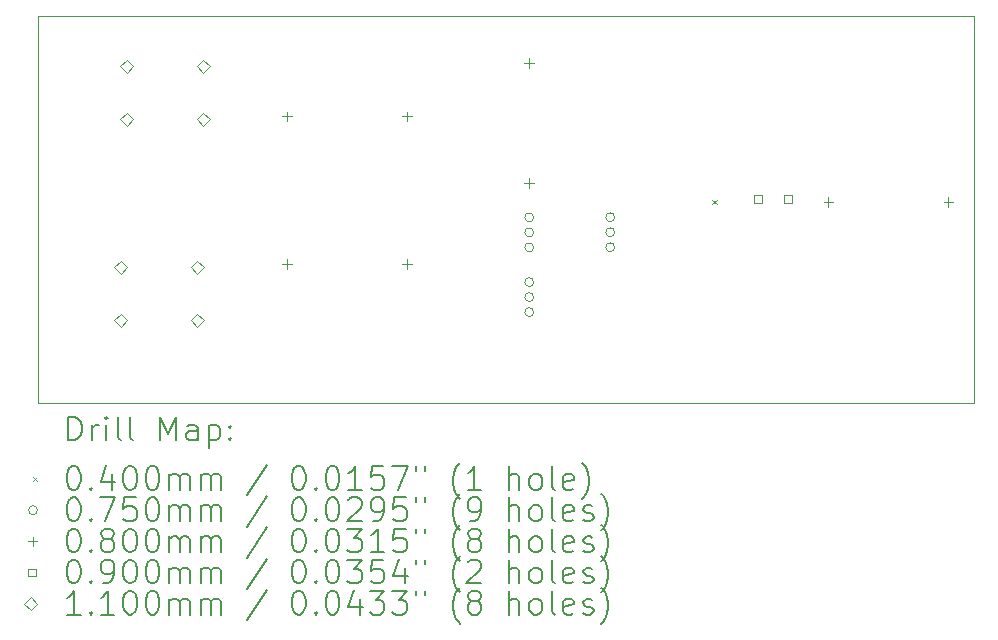
<source format=gbr>
%TF.GenerationSoftware,KiCad,Pcbnew,7.0.8*%
%TF.CreationDate,2023-12-22T21:50:36-07:00*%
%TF.ProjectId,Sandbox,53616e64-626f-4782-9e6b-696361645f70,rev?*%
%TF.SameCoordinates,Original*%
%TF.FileFunction,Drillmap*%
%TF.FilePolarity,Positive*%
%FSLAX45Y45*%
G04 Gerber Fmt 4.5, Leading zero omitted, Abs format (unit mm)*
G04 Created by KiCad (PCBNEW 7.0.8) date 2023-12-22 21:50:36*
%MOMM*%
%LPD*%
G01*
G04 APERTURE LIST*
%ADD10C,0.100000*%
%ADD11C,0.200000*%
%ADD12C,0.040000*%
%ADD13C,0.075000*%
%ADD14C,0.080000*%
%ADD15C,0.090000*%
%ADD16C,0.110000*%
G04 APERTURE END LIST*
D10*
X65875000Y-43025000D02*
X73800000Y-43025000D01*
X73800000Y-46300000D01*
X65875000Y-46300000D01*
X65875000Y-43025000D01*
D11*
D12*
X71580000Y-44580000D02*
X71620000Y-44620000D01*
X71620000Y-44580000D02*
X71580000Y-44620000D01*
D13*
X70071000Y-44730000D02*
G75*
G03*
X70071000Y-44730000I-37500J0D01*
G01*
X70071000Y-44857000D02*
G75*
G03*
X70071000Y-44857000I-37500J0D01*
G01*
X70071000Y-44984000D02*
G75*
G03*
X70071000Y-44984000I-37500J0D01*
G01*
X70071000Y-45278000D02*
G75*
G03*
X70071000Y-45278000I-37500J0D01*
G01*
X70071000Y-45405000D02*
G75*
G03*
X70071000Y-45405000I-37500J0D01*
G01*
X70071000Y-45532000D02*
G75*
G03*
X70071000Y-45532000I-37500J0D01*
G01*
X70757000Y-44728000D02*
G75*
G03*
X70757000Y-44728000I-37500J0D01*
G01*
X70757000Y-44855000D02*
G75*
G03*
X70757000Y-44855000I-37500J0D01*
G01*
X70757000Y-44982000D02*
G75*
G03*
X70757000Y-44982000I-37500J0D01*
G01*
D14*
X67984500Y-43835000D02*
X67984500Y-43915000D01*
X67944500Y-43875000D02*
X68024500Y-43875000D01*
X67984500Y-45085000D02*
X67984500Y-45165000D01*
X67944500Y-45125000D02*
X68024500Y-45125000D01*
X69000500Y-43835000D02*
X69000500Y-43915000D01*
X68960500Y-43875000D02*
X69040500Y-43875000D01*
X69000500Y-45085000D02*
X69000500Y-45165000D01*
X68960500Y-45125000D02*
X69040500Y-45125000D01*
X70033500Y-43382000D02*
X70033500Y-43462000D01*
X69993500Y-43422000D02*
X70073500Y-43422000D01*
X70033500Y-44398000D02*
X70033500Y-44478000D01*
X69993500Y-44438000D02*
X70073500Y-44438000D01*
X72567000Y-44560000D02*
X72567000Y-44640000D01*
X72527000Y-44600000D02*
X72607000Y-44600000D01*
X73583000Y-44560000D02*
X73583000Y-44640000D01*
X73543000Y-44600000D02*
X73623000Y-44600000D01*
D15*
X72002820Y-44606820D02*
X72002820Y-44543180D01*
X71939180Y-44543180D01*
X71939180Y-44606820D01*
X72002820Y-44606820D01*
X72256820Y-44606820D02*
X72256820Y-44543180D01*
X72193180Y-44543180D01*
X72193180Y-44606820D01*
X72256820Y-44606820D01*
D16*
X66575000Y-45205000D02*
X66630000Y-45150000D01*
X66575000Y-45095000D01*
X66520000Y-45150000D01*
X66575000Y-45205000D01*
X66575000Y-45655000D02*
X66630000Y-45600000D01*
X66575000Y-45545000D01*
X66520000Y-45600000D01*
X66575000Y-45655000D01*
X66625000Y-43505000D02*
X66680000Y-43450000D01*
X66625000Y-43395000D01*
X66570000Y-43450000D01*
X66625000Y-43505000D01*
X66625000Y-43955000D02*
X66680000Y-43900000D01*
X66625000Y-43845000D01*
X66570000Y-43900000D01*
X66625000Y-43955000D01*
X67225000Y-45205000D02*
X67280000Y-45150000D01*
X67225000Y-45095000D01*
X67170000Y-45150000D01*
X67225000Y-45205000D01*
X67225000Y-45655000D02*
X67280000Y-45600000D01*
X67225000Y-45545000D01*
X67170000Y-45600000D01*
X67225000Y-45655000D01*
X67275000Y-43505000D02*
X67330000Y-43450000D01*
X67275000Y-43395000D01*
X67220000Y-43450000D01*
X67275000Y-43505000D01*
X67275000Y-43955000D02*
X67330000Y-43900000D01*
X67275000Y-43845000D01*
X67220000Y-43900000D01*
X67275000Y-43955000D01*
D11*
X66130777Y-46616484D02*
X66130777Y-46416484D01*
X66130777Y-46416484D02*
X66178396Y-46416484D01*
X66178396Y-46416484D02*
X66206967Y-46426008D01*
X66206967Y-46426008D02*
X66226015Y-46445055D01*
X66226015Y-46445055D02*
X66235539Y-46464103D01*
X66235539Y-46464103D02*
X66245062Y-46502198D01*
X66245062Y-46502198D02*
X66245062Y-46530769D01*
X66245062Y-46530769D02*
X66235539Y-46568865D01*
X66235539Y-46568865D02*
X66226015Y-46587912D01*
X66226015Y-46587912D02*
X66206967Y-46606960D01*
X66206967Y-46606960D02*
X66178396Y-46616484D01*
X66178396Y-46616484D02*
X66130777Y-46616484D01*
X66330777Y-46616484D02*
X66330777Y-46483150D01*
X66330777Y-46521246D02*
X66340301Y-46502198D01*
X66340301Y-46502198D02*
X66349824Y-46492674D01*
X66349824Y-46492674D02*
X66368872Y-46483150D01*
X66368872Y-46483150D02*
X66387920Y-46483150D01*
X66454586Y-46616484D02*
X66454586Y-46483150D01*
X66454586Y-46416484D02*
X66445062Y-46426008D01*
X66445062Y-46426008D02*
X66454586Y-46435531D01*
X66454586Y-46435531D02*
X66464110Y-46426008D01*
X66464110Y-46426008D02*
X66454586Y-46416484D01*
X66454586Y-46416484D02*
X66454586Y-46435531D01*
X66578396Y-46616484D02*
X66559348Y-46606960D01*
X66559348Y-46606960D02*
X66549824Y-46587912D01*
X66549824Y-46587912D02*
X66549824Y-46416484D01*
X66683158Y-46616484D02*
X66664110Y-46606960D01*
X66664110Y-46606960D02*
X66654586Y-46587912D01*
X66654586Y-46587912D02*
X66654586Y-46416484D01*
X66911729Y-46616484D02*
X66911729Y-46416484D01*
X66911729Y-46416484D02*
X66978396Y-46559341D01*
X66978396Y-46559341D02*
X67045062Y-46416484D01*
X67045062Y-46416484D02*
X67045062Y-46616484D01*
X67226015Y-46616484D02*
X67226015Y-46511722D01*
X67226015Y-46511722D02*
X67216491Y-46492674D01*
X67216491Y-46492674D02*
X67197444Y-46483150D01*
X67197444Y-46483150D02*
X67159348Y-46483150D01*
X67159348Y-46483150D02*
X67140301Y-46492674D01*
X67226015Y-46606960D02*
X67206967Y-46616484D01*
X67206967Y-46616484D02*
X67159348Y-46616484D01*
X67159348Y-46616484D02*
X67140301Y-46606960D01*
X67140301Y-46606960D02*
X67130777Y-46587912D01*
X67130777Y-46587912D02*
X67130777Y-46568865D01*
X67130777Y-46568865D02*
X67140301Y-46549817D01*
X67140301Y-46549817D02*
X67159348Y-46540293D01*
X67159348Y-46540293D02*
X67206967Y-46540293D01*
X67206967Y-46540293D02*
X67226015Y-46530769D01*
X67321253Y-46483150D02*
X67321253Y-46683150D01*
X67321253Y-46492674D02*
X67340301Y-46483150D01*
X67340301Y-46483150D02*
X67378396Y-46483150D01*
X67378396Y-46483150D02*
X67397444Y-46492674D01*
X67397444Y-46492674D02*
X67406967Y-46502198D01*
X67406967Y-46502198D02*
X67416491Y-46521246D01*
X67416491Y-46521246D02*
X67416491Y-46578388D01*
X67416491Y-46578388D02*
X67406967Y-46597436D01*
X67406967Y-46597436D02*
X67397444Y-46606960D01*
X67397444Y-46606960D02*
X67378396Y-46616484D01*
X67378396Y-46616484D02*
X67340301Y-46616484D01*
X67340301Y-46616484D02*
X67321253Y-46606960D01*
X67502205Y-46597436D02*
X67511729Y-46606960D01*
X67511729Y-46606960D02*
X67502205Y-46616484D01*
X67502205Y-46616484D02*
X67492682Y-46606960D01*
X67492682Y-46606960D02*
X67502205Y-46597436D01*
X67502205Y-46597436D02*
X67502205Y-46616484D01*
X67502205Y-46492674D02*
X67511729Y-46502198D01*
X67511729Y-46502198D02*
X67502205Y-46511722D01*
X67502205Y-46511722D02*
X67492682Y-46502198D01*
X67492682Y-46502198D02*
X67502205Y-46492674D01*
X67502205Y-46492674D02*
X67502205Y-46511722D01*
D12*
X65830000Y-46925000D02*
X65870000Y-46965000D01*
X65870000Y-46925000D02*
X65830000Y-46965000D01*
D11*
X66168872Y-46836484D02*
X66187920Y-46836484D01*
X66187920Y-46836484D02*
X66206967Y-46846008D01*
X66206967Y-46846008D02*
X66216491Y-46855531D01*
X66216491Y-46855531D02*
X66226015Y-46874579D01*
X66226015Y-46874579D02*
X66235539Y-46912674D01*
X66235539Y-46912674D02*
X66235539Y-46960293D01*
X66235539Y-46960293D02*
X66226015Y-46998388D01*
X66226015Y-46998388D02*
X66216491Y-47017436D01*
X66216491Y-47017436D02*
X66206967Y-47026960D01*
X66206967Y-47026960D02*
X66187920Y-47036484D01*
X66187920Y-47036484D02*
X66168872Y-47036484D01*
X66168872Y-47036484D02*
X66149824Y-47026960D01*
X66149824Y-47026960D02*
X66140301Y-47017436D01*
X66140301Y-47017436D02*
X66130777Y-46998388D01*
X66130777Y-46998388D02*
X66121253Y-46960293D01*
X66121253Y-46960293D02*
X66121253Y-46912674D01*
X66121253Y-46912674D02*
X66130777Y-46874579D01*
X66130777Y-46874579D02*
X66140301Y-46855531D01*
X66140301Y-46855531D02*
X66149824Y-46846008D01*
X66149824Y-46846008D02*
X66168872Y-46836484D01*
X66321253Y-47017436D02*
X66330777Y-47026960D01*
X66330777Y-47026960D02*
X66321253Y-47036484D01*
X66321253Y-47036484D02*
X66311729Y-47026960D01*
X66311729Y-47026960D02*
X66321253Y-47017436D01*
X66321253Y-47017436D02*
X66321253Y-47036484D01*
X66502205Y-46903150D02*
X66502205Y-47036484D01*
X66454586Y-46826960D02*
X66406967Y-46969817D01*
X66406967Y-46969817D02*
X66530777Y-46969817D01*
X66645062Y-46836484D02*
X66664110Y-46836484D01*
X66664110Y-46836484D02*
X66683158Y-46846008D01*
X66683158Y-46846008D02*
X66692682Y-46855531D01*
X66692682Y-46855531D02*
X66702205Y-46874579D01*
X66702205Y-46874579D02*
X66711729Y-46912674D01*
X66711729Y-46912674D02*
X66711729Y-46960293D01*
X66711729Y-46960293D02*
X66702205Y-46998388D01*
X66702205Y-46998388D02*
X66692682Y-47017436D01*
X66692682Y-47017436D02*
X66683158Y-47026960D01*
X66683158Y-47026960D02*
X66664110Y-47036484D01*
X66664110Y-47036484D02*
X66645062Y-47036484D01*
X66645062Y-47036484D02*
X66626015Y-47026960D01*
X66626015Y-47026960D02*
X66616491Y-47017436D01*
X66616491Y-47017436D02*
X66606967Y-46998388D01*
X66606967Y-46998388D02*
X66597443Y-46960293D01*
X66597443Y-46960293D02*
X66597443Y-46912674D01*
X66597443Y-46912674D02*
X66606967Y-46874579D01*
X66606967Y-46874579D02*
X66616491Y-46855531D01*
X66616491Y-46855531D02*
X66626015Y-46846008D01*
X66626015Y-46846008D02*
X66645062Y-46836484D01*
X66835539Y-46836484D02*
X66854586Y-46836484D01*
X66854586Y-46836484D02*
X66873634Y-46846008D01*
X66873634Y-46846008D02*
X66883158Y-46855531D01*
X66883158Y-46855531D02*
X66892682Y-46874579D01*
X66892682Y-46874579D02*
X66902205Y-46912674D01*
X66902205Y-46912674D02*
X66902205Y-46960293D01*
X66902205Y-46960293D02*
X66892682Y-46998388D01*
X66892682Y-46998388D02*
X66883158Y-47017436D01*
X66883158Y-47017436D02*
X66873634Y-47026960D01*
X66873634Y-47026960D02*
X66854586Y-47036484D01*
X66854586Y-47036484D02*
X66835539Y-47036484D01*
X66835539Y-47036484D02*
X66816491Y-47026960D01*
X66816491Y-47026960D02*
X66806967Y-47017436D01*
X66806967Y-47017436D02*
X66797443Y-46998388D01*
X66797443Y-46998388D02*
X66787920Y-46960293D01*
X66787920Y-46960293D02*
X66787920Y-46912674D01*
X66787920Y-46912674D02*
X66797443Y-46874579D01*
X66797443Y-46874579D02*
X66806967Y-46855531D01*
X66806967Y-46855531D02*
X66816491Y-46846008D01*
X66816491Y-46846008D02*
X66835539Y-46836484D01*
X66987920Y-47036484D02*
X66987920Y-46903150D01*
X66987920Y-46922198D02*
X66997443Y-46912674D01*
X66997443Y-46912674D02*
X67016491Y-46903150D01*
X67016491Y-46903150D02*
X67045063Y-46903150D01*
X67045063Y-46903150D02*
X67064110Y-46912674D01*
X67064110Y-46912674D02*
X67073634Y-46931722D01*
X67073634Y-46931722D02*
X67073634Y-47036484D01*
X67073634Y-46931722D02*
X67083158Y-46912674D01*
X67083158Y-46912674D02*
X67102205Y-46903150D01*
X67102205Y-46903150D02*
X67130777Y-46903150D01*
X67130777Y-46903150D02*
X67149825Y-46912674D01*
X67149825Y-46912674D02*
X67159348Y-46931722D01*
X67159348Y-46931722D02*
X67159348Y-47036484D01*
X67254586Y-47036484D02*
X67254586Y-46903150D01*
X67254586Y-46922198D02*
X67264110Y-46912674D01*
X67264110Y-46912674D02*
X67283158Y-46903150D01*
X67283158Y-46903150D02*
X67311729Y-46903150D01*
X67311729Y-46903150D02*
X67330777Y-46912674D01*
X67330777Y-46912674D02*
X67340301Y-46931722D01*
X67340301Y-46931722D02*
X67340301Y-47036484D01*
X67340301Y-46931722D02*
X67349825Y-46912674D01*
X67349825Y-46912674D02*
X67368872Y-46903150D01*
X67368872Y-46903150D02*
X67397444Y-46903150D01*
X67397444Y-46903150D02*
X67416491Y-46912674D01*
X67416491Y-46912674D02*
X67426015Y-46931722D01*
X67426015Y-46931722D02*
X67426015Y-47036484D01*
X67816491Y-46826960D02*
X67645063Y-47084103D01*
X68073634Y-46836484D02*
X68092682Y-46836484D01*
X68092682Y-46836484D02*
X68111729Y-46846008D01*
X68111729Y-46846008D02*
X68121253Y-46855531D01*
X68121253Y-46855531D02*
X68130777Y-46874579D01*
X68130777Y-46874579D02*
X68140301Y-46912674D01*
X68140301Y-46912674D02*
X68140301Y-46960293D01*
X68140301Y-46960293D02*
X68130777Y-46998388D01*
X68130777Y-46998388D02*
X68121253Y-47017436D01*
X68121253Y-47017436D02*
X68111729Y-47026960D01*
X68111729Y-47026960D02*
X68092682Y-47036484D01*
X68092682Y-47036484D02*
X68073634Y-47036484D01*
X68073634Y-47036484D02*
X68054587Y-47026960D01*
X68054587Y-47026960D02*
X68045063Y-47017436D01*
X68045063Y-47017436D02*
X68035539Y-46998388D01*
X68035539Y-46998388D02*
X68026015Y-46960293D01*
X68026015Y-46960293D02*
X68026015Y-46912674D01*
X68026015Y-46912674D02*
X68035539Y-46874579D01*
X68035539Y-46874579D02*
X68045063Y-46855531D01*
X68045063Y-46855531D02*
X68054587Y-46846008D01*
X68054587Y-46846008D02*
X68073634Y-46836484D01*
X68226015Y-47017436D02*
X68235539Y-47026960D01*
X68235539Y-47026960D02*
X68226015Y-47036484D01*
X68226015Y-47036484D02*
X68216491Y-47026960D01*
X68216491Y-47026960D02*
X68226015Y-47017436D01*
X68226015Y-47017436D02*
X68226015Y-47036484D01*
X68359348Y-46836484D02*
X68378396Y-46836484D01*
X68378396Y-46836484D02*
X68397444Y-46846008D01*
X68397444Y-46846008D02*
X68406968Y-46855531D01*
X68406968Y-46855531D02*
X68416491Y-46874579D01*
X68416491Y-46874579D02*
X68426015Y-46912674D01*
X68426015Y-46912674D02*
X68426015Y-46960293D01*
X68426015Y-46960293D02*
X68416491Y-46998388D01*
X68416491Y-46998388D02*
X68406968Y-47017436D01*
X68406968Y-47017436D02*
X68397444Y-47026960D01*
X68397444Y-47026960D02*
X68378396Y-47036484D01*
X68378396Y-47036484D02*
X68359348Y-47036484D01*
X68359348Y-47036484D02*
X68340301Y-47026960D01*
X68340301Y-47026960D02*
X68330777Y-47017436D01*
X68330777Y-47017436D02*
X68321253Y-46998388D01*
X68321253Y-46998388D02*
X68311729Y-46960293D01*
X68311729Y-46960293D02*
X68311729Y-46912674D01*
X68311729Y-46912674D02*
X68321253Y-46874579D01*
X68321253Y-46874579D02*
X68330777Y-46855531D01*
X68330777Y-46855531D02*
X68340301Y-46846008D01*
X68340301Y-46846008D02*
X68359348Y-46836484D01*
X68616491Y-47036484D02*
X68502206Y-47036484D01*
X68559348Y-47036484D02*
X68559348Y-46836484D01*
X68559348Y-46836484D02*
X68540301Y-46865055D01*
X68540301Y-46865055D02*
X68521253Y-46884103D01*
X68521253Y-46884103D02*
X68502206Y-46893627D01*
X68797444Y-46836484D02*
X68702206Y-46836484D01*
X68702206Y-46836484D02*
X68692682Y-46931722D01*
X68692682Y-46931722D02*
X68702206Y-46922198D01*
X68702206Y-46922198D02*
X68721253Y-46912674D01*
X68721253Y-46912674D02*
X68768872Y-46912674D01*
X68768872Y-46912674D02*
X68787920Y-46922198D01*
X68787920Y-46922198D02*
X68797444Y-46931722D01*
X68797444Y-46931722D02*
X68806968Y-46950769D01*
X68806968Y-46950769D02*
X68806968Y-46998388D01*
X68806968Y-46998388D02*
X68797444Y-47017436D01*
X68797444Y-47017436D02*
X68787920Y-47026960D01*
X68787920Y-47026960D02*
X68768872Y-47036484D01*
X68768872Y-47036484D02*
X68721253Y-47036484D01*
X68721253Y-47036484D02*
X68702206Y-47026960D01*
X68702206Y-47026960D02*
X68692682Y-47017436D01*
X68873634Y-46836484D02*
X69006968Y-46836484D01*
X69006968Y-46836484D02*
X68921253Y-47036484D01*
X69073634Y-46836484D02*
X69073634Y-46874579D01*
X69149825Y-46836484D02*
X69149825Y-46874579D01*
X69445063Y-47112674D02*
X69435539Y-47103150D01*
X69435539Y-47103150D02*
X69416491Y-47074579D01*
X69416491Y-47074579D02*
X69406968Y-47055531D01*
X69406968Y-47055531D02*
X69397444Y-47026960D01*
X69397444Y-47026960D02*
X69387920Y-46979341D01*
X69387920Y-46979341D02*
X69387920Y-46941246D01*
X69387920Y-46941246D02*
X69397444Y-46893627D01*
X69397444Y-46893627D02*
X69406968Y-46865055D01*
X69406968Y-46865055D02*
X69416491Y-46846008D01*
X69416491Y-46846008D02*
X69435539Y-46817436D01*
X69435539Y-46817436D02*
X69445063Y-46807912D01*
X69626015Y-47036484D02*
X69511730Y-47036484D01*
X69568872Y-47036484D02*
X69568872Y-46836484D01*
X69568872Y-46836484D02*
X69549825Y-46865055D01*
X69549825Y-46865055D02*
X69530777Y-46884103D01*
X69530777Y-46884103D02*
X69511730Y-46893627D01*
X69864111Y-47036484D02*
X69864111Y-46836484D01*
X69949825Y-47036484D02*
X69949825Y-46931722D01*
X69949825Y-46931722D02*
X69940301Y-46912674D01*
X69940301Y-46912674D02*
X69921253Y-46903150D01*
X69921253Y-46903150D02*
X69892682Y-46903150D01*
X69892682Y-46903150D02*
X69873634Y-46912674D01*
X69873634Y-46912674D02*
X69864111Y-46922198D01*
X70073634Y-47036484D02*
X70054587Y-47026960D01*
X70054587Y-47026960D02*
X70045063Y-47017436D01*
X70045063Y-47017436D02*
X70035539Y-46998388D01*
X70035539Y-46998388D02*
X70035539Y-46941246D01*
X70035539Y-46941246D02*
X70045063Y-46922198D01*
X70045063Y-46922198D02*
X70054587Y-46912674D01*
X70054587Y-46912674D02*
X70073634Y-46903150D01*
X70073634Y-46903150D02*
X70102206Y-46903150D01*
X70102206Y-46903150D02*
X70121253Y-46912674D01*
X70121253Y-46912674D02*
X70130777Y-46922198D01*
X70130777Y-46922198D02*
X70140301Y-46941246D01*
X70140301Y-46941246D02*
X70140301Y-46998388D01*
X70140301Y-46998388D02*
X70130777Y-47017436D01*
X70130777Y-47017436D02*
X70121253Y-47026960D01*
X70121253Y-47026960D02*
X70102206Y-47036484D01*
X70102206Y-47036484D02*
X70073634Y-47036484D01*
X70254587Y-47036484D02*
X70235539Y-47026960D01*
X70235539Y-47026960D02*
X70226015Y-47007912D01*
X70226015Y-47007912D02*
X70226015Y-46836484D01*
X70406968Y-47026960D02*
X70387920Y-47036484D01*
X70387920Y-47036484D02*
X70349825Y-47036484D01*
X70349825Y-47036484D02*
X70330777Y-47026960D01*
X70330777Y-47026960D02*
X70321253Y-47007912D01*
X70321253Y-47007912D02*
X70321253Y-46931722D01*
X70321253Y-46931722D02*
X70330777Y-46912674D01*
X70330777Y-46912674D02*
X70349825Y-46903150D01*
X70349825Y-46903150D02*
X70387920Y-46903150D01*
X70387920Y-46903150D02*
X70406968Y-46912674D01*
X70406968Y-46912674D02*
X70416492Y-46931722D01*
X70416492Y-46931722D02*
X70416492Y-46950769D01*
X70416492Y-46950769D02*
X70321253Y-46969817D01*
X70483158Y-47112674D02*
X70492682Y-47103150D01*
X70492682Y-47103150D02*
X70511730Y-47074579D01*
X70511730Y-47074579D02*
X70521253Y-47055531D01*
X70521253Y-47055531D02*
X70530777Y-47026960D01*
X70530777Y-47026960D02*
X70540301Y-46979341D01*
X70540301Y-46979341D02*
X70540301Y-46941246D01*
X70540301Y-46941246D02*
X70530777Y-46893627D01*
X70530777Y-46893627D02*
X70521253Y-46865055D01*
X70521253Y-46865055D02*
X70511730Y-46846008D01*
X70511730Y-46846008D02*
X70492682Y-46817436D01*
X70492682Y-46817436D02*
X70483158Y-46807912D01*
D13*
X65870000Y-47209000D02*
G75*
G03*
X65870000Y-47209000I-37500J0D01*
G01*
D11*
X66168872Y-47100484D02*
X66187920Y-47100484D01*
X66187920Y-47100484D02*
X66206967Y-47110008D01*
X66206967Y-47110008D02*
X66216491Y-47119531D01*
X66216491Y-47119531D02*
X66226015Y-47138579D01*
X66226015Y-47138579D02*
X66235539Y-47176674D01*
X66235539Y-47176674D02*
X66235539Y-47224293D01*
X66235539Y-47224293D02*
X66226015Y-47262388D01*
X66226015Y-47262388D02*
X66216491Y-47281436D01*
X66216491Y-47281436D02*
X66206967Y-47290960D01*
X66206967Y-47290960D02*
X66187920Y-47300484D01*
X66187920Y-47300484D02*
X66168872Y-47300484D01*
X66168872Y-47300484D02*
X66149824Y-47290960D01*
X66149824Y-47290960D02*
X66140301Y-47281436D01*
X66140301Y-47281436D02*
X66130777Y-47262388D01*
X66130777Y-47262388D02*
X66121253Y-47224293D01*
X66121253Y-47224293D02*
X66121253Y-47176674D01*
X66121253Y-47176674D02*
X66130777Y-47138579D01*
X66130777Y-47138579D02*
X66140301Y-47119531D01*
X66140301Y-47119531D02*
X66149824Y-47110008D01*
X66149824Y-47110008D02*
X66168872Y-47100484D01*
X66321253Y-47281436D02*
X66330777Y-47290960D01*
X66330777Y-47290960D02*
X66321253Y-47300484D01*
X66321253Y-47300484D02*
X66311729Y-47290960D01*
X66311729Y-47290960D02*
X66321253Y-47281436D01*
X66321253Y-47281436D02*
X66321253Y-47300484D01*
X66397443Y-47100484D02*
X66530777Y-47100484D01*
X66530777Y-47100484D02*
X66445062Y-47300484D01*
X66702205Y-47100484D02*
X66606967Y-47100484D01*
X66606967Y-47100484D02*
X66597443Y-47195722D01*
X66597443Y-47195722D02*
X66606967Y-47186198D01*
X66606967Y-47186198D02*
X66626015Y-47176674D01*
X66626015Y-47176674D02*
X66673634Y-47176674D01*
X66673634Y-47176674D02*
X66692682Y-47186198D01*
X66692682Y-47186198D02*
X66702205Y-47195722D01*
X66702205Y-47195722D02*
X66711729Y-47214769D01*
X66711729Y-47214769D02*
X66711729Y-47262388D01*
X66711729Y-47262388D02*
X66702205Y-47281436D01*
X66702205Y-47281436D02*
X66692682Y-47290960D01*
X66692682Y-47290960D02*
X66673634Y-47300484D01*
X66673634Y-47300484D02*
X66626015Y-47300484D01*
X66626015Y-47300484D02*
X66606967Y-47290960D01*
X66606967Y-47290960D02*
X66597443Y-47281436D01*
X66835539Y-47100484D02*
X66854586Y-47100484D01*
X66854586Y-47100484D02*
X66873634Y-47110008D01*
X66873634Y-47110008D02*
X66883158Y-47119531D01*
X66883158Y-47119531D02*
X66892682Y-47138579D01*
X66892682Y-47138579D02*
X66902205Y-47176674D01*
X66902205Y-47176674D02*
X66902205Y-47224293D01*
X66902205Y-47224293D02*
X66892682Y-47262388D01*
X66892682Y-47262388D02*
X66883158Y-47281436D01*
X66883158Y-47281436D02*
X66873634Y-47290960D01*
X66873634Y-47290960D02*
X66854586Y-47300484D01*
X66854586Y-47300484D02*
X66835539Y-47300484D01*
X66835539Y-47300484D02*
X66816491Y-47290960D01*
X66816491Y-47290960D02*
X66806967Y-47281436D01*
X66806967Y-47281436D02*
X66797443Y-47262388D01*
X66797443Y-47262388D02*
X66787920Y-47224293D01*
X66787920Y-47224293D02*
X66787920Y-47176674D01*
X66787920Y-47176674D02*
X66797443Y-47138579D01*
X66797443Y-47138579D02*
X66806967Y-47119531D01*
X66806967Y-47119531D02*
X66816491Y-47110008D01*
X66816491Y-47110008D02*
X66835539Y-47100484D01*
X66987920Y-47300484D02*
X66987920Y-47167150D01*
X66987920Y-47186198D02*
X66997443Y-47176674D01*
X66997443Y-47176674D02*
X67016491Y-47167150D01*
X67016491Y-47167150D02*
X67045063Y-47167150D01*
X67045063Y-47167150D02*
X67064110Y-47176674D01*
X67064110Y-47176674D02*
X67073634Y-47195722D01*
X67073634Y-47195722D02*
X67073634Y-47300484D01*
X67073634Y-47195722D02*
X67083158Y-47176674D01*
X67083158Y-47176674D02*
X67102205Y-47167150D01*
X67102205Y-47167150D02*
X67130777Y-47167150D01*
X67130777Y-47167150D02*
X67149825Y-47176674D01*
X67149825Y-47176674D02*
X67159348Y-47195722D01*
X67159348Y-47195722D02*
X67159348Y-47300484D01*
X67254586Y-47300484D02*
X67254586Y-47167150D01*
X67254586Y-47186198D02*
X67264110Y-47176674D01*
X67264110Y-47176674D02*
X67283158Y-47167150D01*
X67283158Y-47167150D02*
X67311729Y-47167150D01*
X67311729Y-47167150D02*
X67330777Y-47176674D01*
X67330777Y-47176674D02*
X67340301Y-47195722D01*
X67340301Y-47195722D02*
X67340301Y-47300484D01*
X67340301Y-47195722D02*
X67349825Y-47176674D01*
X67349825Y-47176674D02*
X67368872Y-47167150D01*
X67368872Y-47167150D02*
X67397444Y-47167150D01*
X67397444Y-47167150D02*
X67416491Y-47176674D01*
X67416491Y-47176674D02*
X67426015Y-47195722D01*
X67426015Y-47195722D02*
X67426015Y-47300484D01*
X67816491Y-47090960D02*
X67645063Y-47348103D01*
X68073634Y-47100484D02*
X68092682Y-47100484D01*
X68092682Y-47100484D02*
X68111729Y-47110008D01*
X68111729Y-47110008D02*
X68121253Y-47119531D01*
X68121253Y-47119531D02*
X68130777Y-47138579D01*
X68130777Y-47138579D02*
X68140301Y-47176674D01*
X68140301Y-47176674D02*
X68140301Y-47224293D01*
X68140301Y-47224293D02*
X68130777Y-47262388D01*
X68130777Y-47262388D02*
X68121253Y-47281436D01*
X68121253Y-47281436D02*
X68111729Y-47290960D01*
X68111729Y-47290960D02*
X68092682Y-47300484D01*
X68092682Y-47300484D02*
X68073634Y-47300484D01*
X68073634Y-47300484D02*
X68054587Y-47290960D01*
X68054587Y-47290960D02*
X68045063Y-47281436D01*
X68045063Y-47281436D02*
X68035539Y-47262388D01*
X68035539Y-47262388D02*
X68026015Y-47224293D01*
X68026015Y-47224293D02*
X68026015Y-47176674D01*
X68026015Y-47176674D02*
X68035539Y-47138579D01*
X68035539Y-47138579D02*
X68045063Y-47119531D01*
X68045063Y-47119531D02*
X68054587Y-47110008D01*
X68054587Y-47110008D02*
X68073634Y-47100484D01*
X68226015Y-47281436D02*
X68235539Y-47290960D01*
X68235539Y-47290960D02*
X68226015Y-47300484D01*
X68226015Y-47300484D02*
X68216491Y-47290960D01*
X68216491Y-47290960D02*
X68226015Y-47281436D01*
X68226015Y-47281436D02*
X68226015Y-47300484D01*
X68359348Y-47100484D02*
X68378396Y-47100484D01*
X68378396Y-47100484D02*
X68397444Y-47110008D01*
X68397444Y-47110008D02*
X68406968Y-47119531D01*
X68406968Y-47119531D02*
X68416491Y-47138579D01*
X68416491Y-47138579D02*
X68426015Y-47176674D01*
X68426015Y-47176674D02*
X68426015Y-47224293D01*
X68426015Y-47224293D02*
X68416491Y-47262388D01*
X68416491Y-47262388D02*
X68406968Y-47281436D01*
X68406968Y-47281436D02*
X68397444Y-47290960D01*
X68397444Y-47290960D02*
X68378396Y-47300484D01*
X68378396Y-47300484D02*
X68359348Y-47300484D01*
X68359348Y-47300484D02*
X68340301Y-47290960D01*
X68340301Y-47290960D02*
X68330777Y-47281436D01*
X68330777Y-47281436D02*
X68321253Y-47262388D01*
X68321253Y-47262388D02*
X68311729Y-47224293D01*
X68311729Y-47224293D02*
X68311729Y-47176674D01*
X68311729Y-47176674D02*
X68321253Y-47138579D01*
X68321253Y-47138579D02*
X68330777Y-47119531D01*
X68330777Y-47119531D02*
X68340301Y-47110008D01*
X68340301Y-47110008D02*
X68359348Y-47100484D01*
X68502206Y-47119531D02*
X68511729Y-47110008D01*
X68511729Y-47110008D02*
X68530777Y-47100484D01*
X68530777Y-47100484D02*
X68578396Y-47100484D01*
X68578396Y-47100484D02*
X68597444Y-47110008D01*
X68597444Y-47110008D02*
X68606968Y-47119531D01*
X68606968Y-47119531D02*
X68616491Y-47138579D01*
X68616491Y-47138579D02*
X68616491Y-47157627D01*
X68616491Y-47157627D02*
X68606968Y-47186198D01*
X68606968Y-47186198D02*
X68492682Y-47300484D01*
X68492682Y-47300484D02*
X68616491Y-47300484D01*
X68711729Y-47300484D02*
X68749825Y-47300484D01*
X68749825Y-47300484D02*
X68768872Y-47290960D01*
X68768872Y-47290960D02*
X68778396Y-47281436D01*
X68778396Y-47281436D02*
X68797444Y-47252865D01*
X68797444Y-47252865D02*
X68806968Y-47214769D01*
X68806968Y-47214769D02*
X68806968Y-47138579D01*
X68806968Y-47138579D02*
X68797444Y-47119531D01*
X68797444Y-47119531D02*
X68787920Y-47110008D01*
X68787920Y-47110008D02*
X68768872Y-47100484D01*
X68768872Y-47100484D02*
X68730777Y-47100484D01*
X68730777Y-47100484D02*
X68711729Y-47110008D01*
X68711729Y-47110008D02*
X68702206Y-47119531D01*
X68702206Y-47119531D02*
X68692682Y-47138579D01*
X68692682Y-47138579D02*
X68692682Y-47186198D01*
X68692682Y-47186198D02*
X68702206Y-47205246D01*
X68702206Y-47205246D02*
X68711729Y-47214769D01*
X68711729Y-47214769D02*
X68730777Y-47224293D01*
X68730777Y-47224293D02*
X68768872Y-47224293D01*
X68768872Y-47224293D02*
X68787920Y-47214769D01*
X68787920Y-47214769D02*
X68797444Y-47205246D01*
X68797444Y-47205246D02*
X68806968Y-47186198D01*
X68987920Y-47100484D02*
X68892682Y-47100484D01*
X68892682Y-47100484D02*
X68883158Y-47195722D01*
X68883158Y-47195722D02*
X68892682Y-47186198D01*
X68892682Y-47186198D02*
X68911729Y-47176674D01*
X68911729Y-47176674D02*
X68959349Y-47176674D01*
X68959349Y-47176674D02*
X68978396Y-47186198D01*
X68978396Y-47186198D02*
X68987920Y-47195722D01*
X68987920Y-47195722D02*
X68997444Y-47214769D01*
X68997444Y-47214769D02*
X68997444Y-47262388D01*
X68997444Y-47262388D02*
X68987920Y-47281436D01*
X68987920Y-47281436D02*
X68978396Y-47290960D01*
X68978396Y-47290960D02*
X68959349Y-47300484D01*
X68959349Y-47300484D02*
X68911729Y-47300484D01*
X68911729Y-47300484D02*
X68892682Y-47290960D01*
X68892682Y-47290960D02*
X68883158Y-47281436D01*
X69073634Y-47100484D02*
X69073634Y-47138579D01*
X69149825Y-47100484D02*
X69149825Y-47138579D01*
X69445063Y-47376674D02*
X69435539Y-47367150D01*
X69435539Y-47367150D02*
X69416491Y-47338579D01*
X69416491Y-47338579D02*
X69406968Y-47319531D01*
X69406968Y-47319531D02*
X69397444Y-47290960D01*
X69397444Y-47290960D02*
X69387920Y-47243341D01*
X69387920Y-47243341D02*
X69387920Y-47205246D01*
X69387920Y-47205246D02*
X69397444Y-47157627D01*
X69397444Y-47157627D02*
X69406968Y-47129055D01*
X69406968Y-47129055D02*
X69416491Y-47110008D01*
X69416491Y-47110008D02*
X69435539Y-47081436D01*
X69435539Y-47081436D02*
X69445063Y-47071912D01*
X69530777Y-47300484D02*
X69568872Y-47300484D01*
X69568872Y-47300484D02*
X69587920Y-47290960D01*
X69587920Y-47290960D02*
X69597444Y-47281436D01*
X69597444Y-47281436D02*
X69616491Y-47252865D01*
X69616491Y-47252865D02*
X69626015Y-47214769D01*
X69626015Y-47214769D02*
X69626015Y-47138579D01*
X69626015Y-47138579D02*
X69616491Y-47119531D01*
X69616491Y-47119531D02*
X69606968Y-47110008D01*
X69606968Y-47110008D02*
X69587920Y-47100484D01*
X69587920Y-47100484D02*
X69549825Y-47100484D01*
X69549825Y-47100484D02*
X69530777Y-47110008D01*
X69530777Y-47110008D02*
X69521253Y-47119531D01*
X69521253Y-47119531D02*
X69511730Y-47138579D01*
X69511730Y-47138579D02*
X69511730Y-47186198D01*
X69511730Y-47186198D02*
X69521253Y-47205246D01*
X69521253Y-47205246D02*
X69530777Y-47214769D01*
X69530777Y-47214769D02*
X69549825Y-47224293D01*
X69549825Y-47224293D02*
X69587920Y-47224293D01*
X69587920Y-47224293D02*
X69606968Y-47214769D01*
X69606968Y-47214769D02*
X69616491Y-47205246D01*
X69616491Y-47205246D02*
X69626015Y-47186198D01*
X69864111Y-47300484D02*
X69864111Y-47100484D01*
X69949825Y-47300484D02*
X69949825Y-47195722D01*
X69949825Y-47195722D02*
X69940301Y-47176674D01*
X69940301Y-47176674D02*
X69921253Y-47167150D01*
X69921253Y-47167150D02*
X69892682Y-47167150D01*
X69892682Y-47167150D02*
X69873634Y-47176674D01*
X69873634Y-47176674D02*
X69864111Y-47186198D01*
X70073634Y-47300484D02*
X70054587Y-47290960D01*
X70054587Y-47290960D02*
X70045063Y-47281436D01*
X70045063Y-47281436D02*
X70035539Y-47262388D01*
X70035539Y-47262388D02*
X70035539Y-47205246D01*
X70035539Y-47205246D02*
X70045063Y-47186198D01*
X70045063Y-47186198D02*
X70054587Y-47176674D01*
X70054587Y-47176674D02*
X70073634Y-47167150D01*
X70073634Y-47167150D02*
X70102206Y-47167150D01*
X70102206Y-47167150D02*
X70121253Y-47176674D01*
X70121253Y-47176674D02*
X70130777Y-47186198D01*
X70130777Y-47186198D02*
X70140301Y-47205246D01*
X70140301Y-47205246D02*
X70140301Y-47262388D01*
X70140301Y-47262388D02*
X70130777Y-47281436D01*
X70130777Y-47281436D02*
X70121253Y-47290960D01*
X70121253Y-47290960D02*
X70102206Y-47300484D01*
X70102206Y-47300484D02*
X70073634Y-47300484D01*
X70254587Y-47300484D02*
X70235539Y-47290960D01*
X70235539Y-47290960D02*
X70226015Y-47271912D01*
X70226015Y-47271912D02*
X70226015Y-47100484D01*
X70406968Y-47290960D02*
X70387920Y-47300484D01*
X70387920Y-47300484D02*
X70349825Y-47300484D01*
X70349825Y-47300484D02*
X70330777Y-47290960D01*
X70330777Y-47290960D02*
X70321253Y-47271912D01*
X70321253Y-47271912D02*
X70321253Y-47195722D01*
X70321253Y-47195722D02*
X70330777Y-47176674D01*
X70330777Y-47176674D02*
X70349825Y-47167150D01*
X70349825Y-47167150D02*
X70387920Y-47167150D01*
X70387920Y-47167150D02*
X70406968Y-47176674D01*
X70406968Y-47176674D02*
X70416492Y-47195722D01*
X70416492Y-47195722D02*
X70416492Y-47214769D01*
X70416492Y-47214769D02*
X70321253Y-47233817D01*
X70492682Y-47290960D02*
X70511730Y-47300484D01*
X70511730Y-47300484D02*
X70549825Y-47300484D01*
X70549825Y-47300484D02*
X70568873Y-47290960D01*
X70568873Y-47290960D02*
X70578396Y-47271912D01*
X70578396Y-47271912D02*
X70578396Y-47262388D01*
X70578396Y-47262388D02*
X70568873Y-47243341D01*
X70568873Y-47243341D02*
X70549825Y-47233817D01*
X70549825Y-47233817D02*
X70521253Y-47233817D01*
X70521253Y-47233817D02*
X70502206Y-47224293D01*
X70502206Y-47224293D02*
X70492682Y-47205246D01*
X70492682Y-47205246D02*
X70492682Y-47195722D01*
X70492682Y-47195722D02*
X70502206Y-47176674D01*
X70502206Y-47176674D02*
X70521253Y-47167150D01*
X70521253Y-47167150D02*
X70549825Y-47167150D01*
X70549825Y-47167150D02*
X70568873Y-47176674D01*
X70645063Y-47376674D02*
X70654587Y-47367150D01*
X70654587Y-47367150D02*
X70673634Y-47338579D01*
X70673634Y-47338579D02*
X70683158Y-47319531D01*
X70683158Y-47319531D02*
X70692682Y-47290960D01*
X70692682Y-47290960D02*
X70702206Y-47243341D01*
X70702206Y-47243341D02*
X70702206Y-47205246D01*
X70702206Y-47205246D02*
X70692682Y-47157627D01*
X70692682Y-47157627D02*
X70683158Y-47129055D01*
X70683158Y-47129055D02*
X70673634Y-47110008D01*
X70673634Y-47110008D02*
X70654587Y-47081436D01*
X70654587Y-47081436D02*
X70645063Y-47071912D01*
D14*
X65830000Y-47433000D02*
X65830000Y-47513000D01*
X65790000Y-47473000D02*
X65870000Y-47473000D01*
D11*
X66168872Y-47364484D02*
X66187920Y-47364484D01*
X66187920Y-47364484D02*
X66206967Y-47374008D01*
X66206967Y-47374008D02*
X66216491Y-47383531D01*
X66216491Y-47383531D02*
X66226015Y-47402579D01*
X66226015Y-47402579D02*
X66235539Y-47440674D01*
X66235539Y-47440674D02*
X66235539Y-47488293D01*
X66235539Y-47488293D02*
X66226015Y-47526388D01*
X66226015Y-47526388D02*
X66216491Y-47545436D01*
X66216491Y-47545436D02*
X66206967Y-47554960D01*
X66206967Y-47554960D02*
X66187920Y-47564484D01*
X66187920Y-47564484D02*
X66168872Y-47564484D01*
X66168872Y-47564484D02*
X66149824Y-47554960D01*
X66149824Y-47554960D02*
X66140301Y-47545436D01*
X66140301Y-47545436D02*
X66130777Y-47526388D01*
X66130777Y-47526388D02*
X66121253Y-47488293D01*
X66121253Y-47488293D02*
X66121253Y-47440674D01*
X66121253Y-47440674D02*
X66130777Y-47402579D01*
X66130777Y-47402579D02*
X66140301Y-47383531D01*
X66140301Y-47383531D02*
X66149824Y-47374008D01*
X66149824Y-47374008D02*
X66168872Y-47364484D01*
X66321253Y-47545436D02*
X66330777Y-47554960D01*
X66330777Y-47554960D02*
X66321253Y-47564484D01*
X66321253Y-47564484D02*
X66311729Y-47554960D01*
X66311729Y-47554960D02*
X66321253Y-47545436D01*
X66321253Y-47545436D02*
X66321253Y-47564484D01*
X66445062Y-47450198D02*
X66426015Y-47440674D01*
X66426015Y-47440674D02*
X66416491Y-47431150D01*
X66416491Y-47431150D02*
X66406967Y-47412103D01*
X66406967Y-47412103D02*
X66406967Y-47402579D01*
X66406967Y-47402579D02*
X66416491Y-47383531D01*
X66416491Y-47383531D02*
X66426015Y-47374008D01*
X66426015Y-47374008D02*
X66445062Y-47364484D01*
X66445062Y-47364484D02*
X66483158Y-47364484D01*
X66483158Y-47364484D02*
X66502205Y-47374008D01*
X66502205Y-47374008D02*
X66511729Y-47383531D01*
X66511729Y-47383531D02*
X66521253Y-47402579D01*
X66521253Y-47402579D02*
X66521253Y-47412103D01*
X66521253Y-47412103D02*
X66511729Y-47431150D01*
X66511729Y-47431150D02*
X66502205Y-47440674D01*
X66502205Y-47440674D02*
X66483158Y-47450198D01*
X66483158Y-47450198D02*
X66445062Y-47450198D01*
X66445062Y-47450198D02*
X66426015Y-47459722D01*
X66426015Y-47459722D02*
X66416491Y-47469246D01*
X66416491Y-47469246D02*
X66406967Y-47488293D01*
X66406967Y-47488293D02*
X66406967Y-47526388D01*
X66406967Y-47526388D02*
X66416491Y-47545436D01*
X66416491Y-47545436D02*
X66426015Y-47554960D01*
X66426015Y-47554960D02*
X66445062Y-47564484D01*
X66445062Y-47564484D02*
X66483158Y-47564484D01*
X66483158Y-47564484D02*
X66502205Y-47554960D01*
X66502205Y-47554960D02*
X66511729Y-47545436D01*
X66511729Y-47545436D02*
X66521253Y-47526388D01*
X66521253Y-47526388D02*
X66521253Y-47488293D01*
X66521253Y-47488293D02*
X66511729Y-47469246D01*
X66511729Y-47469246D02*
X66502205Y-47459722D01*
X66502205Y-47459722D02*
X66483158Y-47450198D01*
X66645062Y-47364484D02*
X66664110Y-47364484D01*
X66664110Y-47364484D02*
X66683158Y-47374008D01*
X66683158Y-47374008D02*
X66692682Y-47383531D01*
X66692682Y-47383531D02*
X66702205Y-47402579D01*
X66702205Y-47402579D02*
X66711729Y-47440674D01*
X66711729Y-47440674D02*
X66711729Y-47488293D01*
X66711729Y-47488293D02*
X66702205Y-47526388D01*
X66702205Y-47526388D02*
X66692682Y-47545436D01*
X66692682Y-47545436D02*
X66683158Y-47554960D01*
X66683158Y-47554960D02*
X66664110Y-47564484D01*
X66664110Y-47564484D02*
X66645062Y-47564484D01*
X66645062Y-47564484D02*
X66626015Y-47554960D01*
X66626015Y-47554960D02*
X66616491Y-47545436D01*
X66616491Y-47545436D02*
X66606967Y-47526388D01*
X66606967Y-47526388D02*
X66597443Y-47488293D01*
X66597443Y-47488293D02*
X66597443Y-47440674D01*
X66597443Y-47440674D02*
X66606967Y-47402579D01*
X66606967Y-47402579D02*
X66616491Y-47383531D01*
X66616491Y-47383531D02*
X66626015Y-47374008D01*
X66626015Y-47374008D02*
X66645062Y-47364484D01*
X66835539Y-47364484D02*
X66854586Y-47364484D01*
X66854586Y-47364484D02*
X66873634Y-47374008D01*
X66873634Y-47374008D02*
X66883158Y-47383531D01*
X66883158Y-47383531D02*
X66892682Y-47402579D01*
X66892682Y-47402579D02*
X66902205Y-47440674D01*
X66902205Y-47440674D02*
X66902205Y-47488293D01*
X66902205Y-47488293D02*
X66892682Y-47526388D01*
X66892682Y-47526388D02*
X66883158Y-47545436D01*
X66883158Y-47545436D02*
X66873634Y-47554960D01*
X66873634Y-47554960D02*
X66854586Y-47564484D01*
X66854586Y-47564484D02*
X66835539Y-47564484D01*
X66835539Y-47564484D02*
X66816491Y-47554960D01*
X66816491Y-47554960D02*
X66806967Y-47545436D01*
X66806967Y-47545436D02*
X66797443Y-47526388D01*
X66797443Y-47526388D02*
X66787920Y-47488293D01*
X66787920Y-47488293D02*
X66787920Y-47440674D01*
X66787920Y-47440674D02*
X66797443Y-47402579D01*
X66797443Y-47402579D02*
X66806967Y-47383531D01*
X66806967Y-47383531D02*
X66816491Y-47374008D01*
X66816491Y-47374008D02*
X66835539Y-47364484D01*
X66987920Y-47564484D02*
X66987920Y-47431150D01*
X66987920Y-47450198D02*
X66997443Y-47440674D01*
X66997443Y-47440674D02*
X67016491Y-47431150D01*
X67016491Y-47431150D02*
X67045063Y-47431150D01*
X67045063Y-47431150D02*
X67064110Y-47440674D01*
X67064110Y-47440674D02*
X67073634Y-47459722D01*
X67073634Y-47459722D02*
X67073634Y-47564484D01*
X67073634Y-47459722D02*
X67083158Y-47440674D01*
X67083158Y-47440674D02*
X67102205Y-47431150D01*
X67102205Y-47431150D02*
X67130777Y-47431150D01*
X67130777Y-47431150D02*
X67149825Y-47440674D01*
X67149825Y-47440674D02*
X67159348Y-47459722D01*
X67159348Y-47459722D02*
X67159348Y-47564484D01*
X67254586Y-47564484D02*
X67254586Y-47431150D01*
X67254586Y-47450198D02*
X67264110Y-47440674D01*
X67264110Y-47440674D02*
X67283158Y-47431150D01*
X67283158Y-47431150D02*
X67311729Y-47431150D01*
X67311729Y-47431150D02*
X67330777Y-47440674D01*
X67330777Y-47440674D02*
X67340301Y-47459722D01*
X67340301Y-47459722D02*
X67340301Y-47564484D01*
X67340301Y-47459722D02*
X67349825Y-47440674D01*
X67349825Y-47440674D02*
X67368872Y-47431150D01*
X67368872Y-47431150D02*
X67397444Y-47431150D01*
X67397444Y-47431150D02*
X67416491Y-47440674D01*
X67416491Y-47440674D02*
X67426015Y-47459722D01*
X67426015Y-47459722D02*
X67426015Y-47564484D01*
X67816491Y-47354960D02*
X67645063Y-47612103D01*
X68073634Y-47364484D02*
X68092682Y-47364484D01*
X68092682Y-47364484D02*
X68111729Y-47374008D01*
X68111729Y-47374008D02*
X68121253Y-47383531D01*
X68121253Y-47383531D02*
X68130777Y-47402579D01*
X68130777Y-47402579D02*
X68140301Y-47440674D01*
X68140301Y-47440674D02*
X68140301Y-47488293D01*
X68140301Y-47488293D02*
X68130777Y-47526388D01*
X68130777Y-47526388D02*
X68121253Y-47545436D01*
X68121253Y-47545436D02*
X68111729Y-47554960D01*
X68111729Y-47554960D02*
X68092682Y-47564484D01*
X68092682Y-47564484D02*
X68073634Y-47564484D01*
X68073634Y-47564484D02*
X68054587Y-47554960D01*
X68054587Y-47554960D02*
X68045063Y-47545436D01*
X68045063Y-47545436D02*
X68035539Y-47526388D01*
X68035539Y-47526388D02*
X68026015Y-47488293D01*
X68026015Y-47488293D02*
X68026015Y-47440674D01*
X68026015Y-47440674D02*
X68035539Y-47402579D01*
X68035539Y-47402579D02*
X68045063Y-47383531D01*
X68045063Y-47383531D02*
X68054587Y-47374008D01*
X68054587Y-47374008D02*
X68073634Y-47364484D01*
X68226015Y-47545436D02*
X68235539Y-47554960D01*
X68235539Y-47554960D02*
X68226015Y-47564484D01*
X68226015Y-47564484D02*
X68216491Y-47554960D01*
X68216491Y-47554960D02*
X68226015Y-47545436D01*
X68226015Y-47545436D02*
X68226015Y-47564484D01*
X68359348Y-47364484D02*
X68378396Y-47364484D01*
X68378396Y-47364484D02*
X68397444Y-47374008D01*
X68397444Y-47374008D02*
X68406968Y-47383531D01*
X68406968Y-47383531D02*
X68416491Y-47402579D01*
X68416491Y-47402579D02*
X68426015Y-47440674D01*
X68426015Y-47440674D02*
X68426015Y-47488293D01*
X68426015Y-47488293D02*
X68416491Y-47526388D01*
X68416491Y-47526388D02*
X68406968Y-47545436D01*
X68406968Y-47545436D02*
X68397444Y-47554960D01*
X68397444Y-47554960D02*
X68378396Y-47564484D01*
X68378396Y-47564484D02*
X68359348Y-47564484D01*
X68359348Y-47564484D02*
X68340301Y-47554960D01*
X68340301Y-47554960D02*
X68330777Y-47545436D01*
X68330777Y-47545436D02*
X68321253Y-47526388D01*
X68321253Y-47526388D02*
X68311729Y-47488293D01*
X68311729Y-47488293D02*
X68311729Y-47440674D01*
X68311729Y-47440674D02*
X68321253Y-47402579D01*
X68321253Y-47402579D02*
X68330777Y-47383531D01*
X68330777Y-47383531D02*
X68340301Y-47374008D01*
X68340301Y-47374008D02*
X68359348Y-47364484D01*
X68492682Y-47364484D02*
X68616491Y-47364484D01*
X68616491Y-47364484D02*
X68549825Y-47440674D01*
X68549825Y-47440674D02*
X68578396Y-47440674D01*
X68578396Y-47440674D02*
X68597444Y-47450198D01*
X68597444Y-47450198D02*
X68606968Y-47459722D01*
X68606968Y-47459722D02*
X68616491Y-47478769D01*
X68616491Y-47478769D02*
X68616491Y-47526388D01*
X68616491Y-47526388D02*
X68606968Y-47545436D01*
X68606968Y-47545436D02*
X68597444Y-47554960D01*
X68597444Y-47554960D02*
X68578396Y-47564484D01*
X68578396Y-47564484D02*
X68521253Y-47564484D01*
X68521253Y-47564484D02*
X68502206Y-47554960D01*
X68502206Y-47554960D02*
X68492682Y-47545436D01*
X68806968Y-47564484D02*
X68692682Y-47564484D01*
X68749825Y-47564484D02*
X68749825Y-47364484D01*
X68749825Y-47364484D02*
X68730777Y-47393055D01*
X68730777Y-47393055D02*
X68711729Y-47412103D01*
X68711729Y-47412103D02*
X68692682Y-47421627D01*
X68987920Y-47364484D02*
X68892682Y-47364484D01*
X68892682Y-47364484D02*
X68883158Y-47459722D01*
X68883158Y-47459722D02*
X68892682Y-47450198D01*
X68892682Y-47450198D02*
X68911729Y-47440674D01*
X68911729Y-47440674D02*
X68959349Y-47440674D01*
X68959349Y-47440674D02*
X68978396Y-47450198D01*
X68978396Y-47450198D02*
X68987920Y-47459722D01*
X68987920Y-47459722D02*
X68997444Y-47478769D01*
X68997444Y-47478769D02*
X68997444Y-47526388D01*
X68997444Y-47526388D02*
X68987920Y-47545436D01*
X68987920Y-47545436D02*
X68978396Y-47554960D01*
X68978396Y-47554960D02*
X68959349Y-47564484D01*
X68959349Y-47564484D02*
X68911729Y-47564484D01*
X68911729Y-47564484D02*
X68892682Y-47554960D01*
X68892682Y-47554960D02*
X68883158Y-47545436D01*
X69073634Y-47364484D02*
X69073634Y-47402579D01*
X69149825Y-47364484D02*
X69149825Y-47402579D01*
X69445063Y-47640674D02*
X69435539Y-47631150D01*
X69435539Y-47631150D02*
X69416491Y-47602579D01*
X69416491Y-47602579D02*
X69406968Y-47583531D01*
X69406968Y-47583531D02*
X69397444Y-47554960D01*
X69397444Y-47554960D02*
X69387920Y-47507341D01*
X69387920Y-47507341D02*
X69387920Y-47469246D01*
X69387920Y-47469246D02*
X69397444Y-47421627D01*
X69397444Y-47421627D02*
X69406968Y-47393055D01*
X69406968Y-47393055D02*
X69416491Y-47374008D01*
X69416491Y-47374008D02*
X69435539Y-47345436D01*
X69435539Y-47345436D02*
X69445063Y-47335912D01*
X69549825Y-47450198D02*
X69530777Y-47440674D01*
X69530777Y-47440674D02*
X69521253Y-47431150D01*
X69521253Y-47431150D02*
X69511730Y-47412103D01*
X69511730Y-47412103D02*
X69511730Y-47402579D01*
X69511730Y-47402579D02*
X69521253Y-47383531D01*
X69521253Y-47383531D02*
X69530777Y-47374008D01*
X69530777Y-47374008D02*
X69549825Y-47364484D01*
X69549825Y-47364484D02*
X69587920Y-47364484D01*
X69587920Y-47364484D02*
X69606968Y-47374008D01*
X69606968Y-47374008D02*
X69616491Y-47383531D01*
X69616491Y-47383531D02*
X69626015Y-47402579D01*
X69626015Y-47402579D02*
X69626015Y-47412103D01*
X69626015Y-47412103D02*
X69616491Y-47431150D01*
X69616491Y-47431150D02*
X69606968Y-47440674D01*
X69606968Y-47440674D02*
X69587920Y-47450198D01*
X69587920Y-47450198D02*
X69549825Y-47450198D01*
X69549825Y-47450198D02*
X69530777Y-47459722D01*
X69530777Y-47459722D02*
X69521253Y-47469246D01*
X69521253Y-47469246D02*
X69511730Y-47488293D01*
X69511730Y-47488293D02*
X69511730Y-47526388D01*
X69511730Y-47526388D02*
X69521253Y-47545436D01*
X69521253Y-47545436D02*
X69530777Y-47554960D01*
X69530777Y-47554960D02*
X69549825Y-47564484D01*
X69549825Y-47564484D02*
X69587920Y-47564484D01*
X69587920Y-47564484D02*
X69606968Y-47554960D01*
X69606968Y-47554960D02*
X69616491Y-47545436D01*
X69616491Y-47545436D02*
X69626015Y-47526388D01*
X69626015Y-47526388D02*
X69626015Y-47488293D01*
X69626015Y-47488293D02*
X69616491Y-47469246D01*
X69616491Y-47469246D02*
X69606968Y-47459722D01*
X69606968Y-47459722D02*
X69587920Y-47450198D01*
X69864111Y-47564484D02*
X69864111Y-47364484D01*
X69949825Y-47564484D02*
X69949825Y-47459722D01*
X69949825Y-47459722D02*
X69940301Y-47440674D01*
X69940301Y-47440674D02*
X69921253Y-47431150D01*
X69921253Y-47431150D02*
X69892682Y-47431150D01*
X69892682Y-47431150D02*
X69873634Y-47440674D01*
X69873634Y-47440674D02*
X69864111Y-47450198D01*
X70073634Y-47564484D02*
X70054587Y-47554960D01*
X70054587Y-47554960D02*
X70045063Y-47545436D01*
X70045063Y-47545436D02*
X70035539Y-47526388D01*
X70035539Y-47526388D02*
X70035539Y-47469246D01*
X70035539Y-47469246D02*
X70045063Y-47450198D01*
X70045063Y-47450198D02*
X70054587Y-47440674D01*
X70054587Y-47440674D02*
X70073634Y-47431150D01*
X70073634Y-47431150D02*
X70102206Y-47431150D01*
X70102206Y-47431150D02*
X70121253Y-47440674D01*
X70121253Y-47440674D02*
X70130777Y-47450198D01*
X70130777Y-47450198D02*
X70140301Y-47469246D01*
X70140301Y-47469246D02*
X70140301Y-47526388D01*
X70140301Y-47526388D02*
X70130777Y-47545436D01*
X70130777Y-47545436D02*
X70121253Y-47554960D01*
X70121253Y-47554960D02*
X70102206Y-47564484D01*
X70102206Y-47564484D02*
X70073634Y-47564484D01*
X70254587Y-47564484D02*
X70235539Y-47554960D01*
X70235539Y-47554960D02*
X70226015Y-47535912D01*
X70226015Y-47535912D02*
X70226015Y-47364484D01*
X70406968Y-47554960D02*
X70387920Y-47564484D01*
X70387920Y-47564484D02*
X70349825Y-47564484D01*
X70349825Y-47564484D02*
X70330777Y-47554960D01*
X70330777Y-47554960D02*
X70321253Y-47535912D01*
X70321253Y-47535912D02*
X70321253Y-47459722D01*
X70321253Y-47459722D02*
X70330777Y-47440674D01*
X70330777Y-47440674D02*
X70349825Y-47431150D01*
X70349825Y-47431150D02*
X70387920Y-47431150D01*
X70387920Y-47431150D02*
X70406968Y-47440674D01*
X70406968Y-47440674D02*
X70416492Y-47459722D01*
X70416492Y-47459722D02*
X70416492Y-47478769D01*
X70416492Y-47478769D02*
X70321253Y-47497817D01*
X70492682Y-47554960D02*
X70511730Y-47564484D01*
X70511730Y-47564484D02*
X70549825Y-47564484D01*
X70549825Y-47564484D02*
X70568873Y-47554960D01*
X70568873Y-47554960D02*
X70578396Y-47535912D01*
X70578396Y-47535912D02*
X70578396Y-47526388D01*
X70578396Y-47526388D02*
X70568873Y-47507341D01*
X70568873Y-47507341D02*
X70549825Y-47497817D01*
X70549825Y-47497817D02*
X70521253Y-47497817D01*
X70521253Y-47497817D02*
X70502206Y-47488293D01*
X70502206Y-47488293D02*
X70492682Y-47469246D01*
X70492682Y-47469246D02*
X70492682Y-47459722D01*
X70492682Y-47459722D02*
X70502206Y-47440674D01*
X70502206Y-47440674D02*
X70521253Y-47431150D01*
X70521253Y-47431150D02*
X70549825Y-47431150D01*
X70549825Y-47431150D02*
X70568873Y-47440674D01*
X70645063Y-47640674D02*
X70654587Y-47631150D01*
X70654587Y-47631150D02*
X70673634Y-47602579D01*
X70673634Y-47602579D02*
X70683158Y-47583531D01*
X70683158Y-47583531D02*
X70692682Y-47554960D01*
X70692682Y-47554960D02*
X70702206Y-47507341D01*
X70702206Y-47507341D02*
X70702206Y-47469246D01*
X70702206Y-47469246D02*
X70692682Y-47421627D01*
X70692682Y-47421627D02*
X70683158Y-47393055D01*
X70683158Y-47393055D02*
X70673634Y-47374008D01*
X70673634Y-47374008D02*
X70654587Y-47345436D01*
X70654587Y-47345436D02*
X70645063Y-47335912D01*
D15*
X65856820Y-47768820D02*
X65856820Y-47705180D01*
X65793180Y-47705180D01*
X65793180Y-47768820D01*
X65856820Y-47768820D01*
D11*
X66168872Y-47628484D02*
X66187920Y-47628484D01*
X66187920Y-47628484D02*
X66206967Y-47638008D01*
X66206967Y-47638008D02*
X66216491Y-47647531D01*
X66216491Y-47647531D02*
X66226015Y-47666579D01*
X66226015Y-47666579D02*
X66235539Y-47704674D01*
X66235539Y-47704674D02*
X66235539Y-47752293D01*
X66235539Y-47752293D02*
X66226015Y-47790388D01*
X66226015Y-47790388D02*
X66216491Y-47809436D01*
X66216491Y-47809436D02*
X66206967Y-47818960D01*
X66206967Y-47818960D02*
X66187920Y-47828484D01*
X66187920Y-47828484D02*
X66168872Y-47828484D01*
X66168872Y-47828484D02*
X66149824Y-47818960D01*
X66149824Y-47818960D02*
X66140301Y-47809436D01*
X66140301Y-47809436D02*
X66130777Y-47790388D01*
X66130777Y-47790388D02*
X66121253Y-47752293D01*
X66121253Y-47752293D02*
X66121253Y-47704674D01*
X66121253Y-47704674D02*
X66130777Y-47666579D01*
X66130777Y-47666579D02*
X66140301Y-47647531D01*
X66140301Y-47647531D02*
X66149824Y-47638008D01*
X66149824Y-47638008D02*
X66168872Y-47628484D01*
X66321253Y-47809436D02*
X66330777Y-47818960D01*
X66330777Y-47818960D02*
X66321253Y-47828484D01*
X66321253Y-47828484D02*
X66311729Y-47818960D01*
X66311729Y-47818960D02*
X66321253Y-47809436D01*
X66321253Y-47809436D02*
X66321253Y-47828484D01*
X66426015Y-47828484D02*
X66464110Y-47828484D01*
X66464110Y-47828484D02*
X66483158Y-47818960D01*
X66483158Y-47818960D02*
X66492682Y-47809436D01*
X66492682Y-47809436D02*
X66511729Y-47780865D01*
X66511729Y-47780865D02*
X66521253Y-47742769D01*
X66521253Y-47742769D02*
X66521253Y-47666579D01*
X66521253Y-47666579D02*
X66511729Y-47647531D01*
X66511729Y-47647531D02*
X66502205Y-47638008D01*
X66502205Y-47638008D02*
X66483158Y-47628484D01*
X66483158Y-47628484D02*
X66445062Y-47628484D01*
X66445062Y-47628484D02*
X66426015Y-47638008D01*
X66426015Y-47638008D02*
X66416491Y-47647531D01*
X66416491Y-47647531D02*
X66406967Y-47666579D01*
X66406967Y-47666579D02*
X66406967Y-47714198D01*
X66406967Y-47714198D02*
X66416491Y-47733246D01*
X66416491Y-47733246D02*
X66426015Y-47742769D01*
X66426015Y-47742769D02*
X66445062Y-47752293D01*
X66445062Y-47752293D02*
X66483158Y-47752293D01*
X66483158Y-47752293D02*
X66502205Y-47742769D01*
X66502205Y-47742769D02*
X66511729Y-47733246D01*
X66511729Y-47733246D02*
X66521253Y-47714198D01*
X66645062Y-47628484D02*
X66664110Y-47628484D01*
X66664110Y-47628484D02*
X66683158Y-47638008D01*
X66683158Y-47638008D02*
X66692682Y-47647531D01*
X66692682Y-47647531D02*
X66702205Y-47666579D01*
X66702205Y-47666579D02*
X66711729Y-47704674D01*
X66711729Y-47704674D02*
X66711729Y-47752293D01*
X66711729Y-47752293D02*
X66702205Y-47790388D01*
X66702205Y-47790388D02*
X66692682Y-47809436D01*
X66692682Y-47809436D02*
X66683158Y-47818960D01*
X66683158Y-47818960D02*
X66664110Y-47828484D01*
X66664110Y-47828484D02*
X66645062Y-47828484D01*
X66645062Y-47828484D02*
X66626015Y-47818960D01*
X66626015Y-47818960D02*
X66616491Y-47809436D01*
X66616491Y-47809436D02*
X66606967Y-47790388D01*
X66606967Y-47790388D02*
X66597443Y-47752293D01*
X66597443Y-47752293D02*
X66597443Y-47704674D01*
X66597443Y-47704674D02*
X66606967Y-47666579D01*
X66606967Y-47666579D02*
X66616491Y-47647531D01*
X66616491Y-47647531D02*
X66626015Y-47638008D01*
X66626015Y-47638008D02*
X66645062Y-47628484D01*
X66835539Y-47628484D02*
X66854586Y-47628484D01*
X66854586Y-47628484D02*
X66873634Y-47638008D01*
X66873634Y-47638008D02*
X66883158Y-47647531D01*
X66883158Y-47647531D02*
X66892682Y-47666579D01*
X66892682Y-47666579D02*
X66902205Y-47704674D01*
X66902205Y-47704674D02*
X66902205Y-47752293D01*
X66902205Y-47752293D02*
X66892682Y-47790388D01*
X66892682Y-47790388D02*
X66883158Y-47809436D01*
X66883158Y-47809436D02*
X66873634Y-47818960D01*
X66873634Y-47818960D02*
X66854586Y-47828484D01*
X66854586Y-47828484D02*
X66835539Y-47828484D01*
X66835539Y-47828484D02*
X66816491Y-47818960D01*
X66816491Y-47818960D02*
X66806967Y-47809436D01*
X66806967Y-47809436D02*
X66797443Y-47790388D01*
X66797443Y-47790388D02*
X66787920Y-47752293D01*
X66787920Y-47752293D02*
X66787920Y-47704674D01*
X66787920Y-47704674D02*
X66797443Y-47666579D01*
X66797443Y-47666579D02*
X66806967Y-47647531D01*
X66806967Y-47647531D02*
X66816491Y-47638008D01*
X66816491Y-47638008D02*
X66835539Y-47628484D01*
X66987920Y-47828484D02*
X66987920Y-47695150D01*
X66987920Y-47714198D02*
X66997443Y-47704674D01*
X66997443Y-47704674D02*
X67016491Y-47695150D01*
X67016491Y-47695150D02*
X67045063Y-47695150D01*
X67045063Y-47695150D02*
X67064110Y-47704674D01*
X67064110Y-47704674D02*
X67073634Y-47723722D01*
X67073634Y-47723722D02*
X67073634Y-47828484D01*
X67073634Y-47723722D02*
X67083158Y-47704674D01*
X67083158Y-47704674D02*
X67102205Y-47695150D01*
X67102205Y-47695150D02*
X67130777Y-47695150D01*
X67130777Y-47695150D02*
X67149825Y-47704674D01*
X67149825Y-47704674D02*
X67159348Y-47723722D01*
X67159348Y-47723722D02*
X67159348Y-47828484D01*
X67254586Y-47828484D02*
X67254586Y-47695150D01*
X67254586Y-47714198D02*
X67264110Y-47704674D01*
X67264110Y-47704674D02*
X67283158Y-47695150D01*
X67283158Y-47695150D02*
X67311729Y-47695150D01*
X67311729Y-47695150D02*
X67330777Y-47704674D01*
X67330777Y-47704674D02*
X67340301Y-47723722D01*
X67340301Y-47723722D02*
X67340301Y-47828484D01*
X67340301Y-47723722D02*
X67349825Y-47704674D01*
X67349825Y-47704674D02*
X67368872Y-47695150D01*
X67368872Y-47695150D02*
X67397444Y-47695150D01*
X67397444Y-47695150D02*
X67416491Y-47704674D01*
X67416491Y-47704674D02*
X67426015Y-47723722D01*
X67426015Y-47723722D02*
X67426015Y-47828484D01*
X67816491Y-47618960D02*
X67645063Y-47876103D01*
X68073634Y-47628484D02*
X68092682Y-47628484D01*
X68092682Y-47628484D02*
X68111729Y-47638008D01*
X68111729Y-47638008D02*
X68121253Y-47647531D01*
X68121253Y-47647531D02*
X68130777Y-47666579D01*
X68130777Y-47666579D02*
X68140301Y-47704674D01*
X68140301Y-47704674D02*
X68140301Y-47752293D01*
X68140301Y-47752293D02*
X68130777Y-47790388D01*
X68130777Y-47790388D02*
X68121253Y-47809436D01*
X68121253Y-47809436D02*
X68111729Y-47818960D01*
X68111729Y-47818960D02*
X68092682Y-47828484D01*
X68092682Y-47828484D02*
X68073634Y-47828484D01*
X68073634Y-47828484D02*
X68054587Y-47818960D01*
X68054587Y-47818960D02*
X68045063Y-47809436D01*
X68045063Y-47809436D02*
X68035539Y-47790388D01*
X68035539Y-47790388D02*
X68026015Y-47752293D01*
X68026015Y-47752293D02*
X68026015Y-47704674D01*
X68026015Y-47704674D02*
X68035539Y-47666579D01*
X68035539Y-47666579D02*
X68045063Y-47647531D01*
X68045063Y-47647531D02*
X68054587Y-47638008D01*
X68054587Y-47638008D02*
X68073634Y-47628484D01*
X68226015Y-47809436D02*
X68235539Y-47818960D01*
X68235539Y-47818960D02*
X68226015Y-47828484D01*
X68226015Y-47828484D02*
X68216491Y-47818960D01*
X68216491Y-47818960D02*
X68226015Y-47809436D01*
X68226015Y-47809436D02*
X68226015Y-47828484D01*
X68359348Y-47628484D02*
X68378396Y-47628484D01*
X68378396Y-47628484D02*
X68397444Y-47638008D01*
X68397444Y-47638008D02*
X68406968Y-47647531D01*
X68406968Y-47647531D02*
X68416491Y-47666579D01*
X68416491Y-47666579D02*
X68426015Y-47704674D01*
X68426015Y-47704674D02*
X68426015Y-47752293D01*
X68426015Y-47752293D02*
X68416491Y-47790388D01*
X68416491Y-47790388D02*
X68406968Y-47809436D01*
X68406968Y-47809436D02*
X68397444Y-47818960D01*
X68397444Y-47818960D02*
X68378396Y-47828484D01*
X68378396Y-47828484D02*
X68359348Y-47828484D01*
X68359348Y-47828484D02*
X68340301Y-47818960D01*
X68340301Y-47818960D02*
X68330777Y-47809436D01*
X68330777Y-47809436D02*
X68321253Y-47790388D01*
X68321253Y-47790388D02*
X68311729Y-47752293D01*
X68311729Y-47752293D02*
X68311729Y-47704674D01*
X68311729Y-47704674D02*
X68321253Y-47666579D01*
X68321253Y-47666579D02*
X68330777Y-47647531D01*
X68330777Y-47647531D02*
X68340301Y-47638008D01*
X68340301Y-47638008D02*
X68359348Y-47628484D01*
X68492682Y-47628484D02*
X68616491Y-47628484D01*
X68616491Y-47628484D02*
X68549825Y-47704674D01*
X68549825Y-47704674D02*
X68578396Y-47704674D01*
X68578396Y-47704674D02*
X68597444Y-47714198D01*
X68597444Y-47714198D02*
X68606968Y-47723722D01*
X68606968Y-47723722D02*
X68616491Y-47742769D01*
X68616491Y-47742769D02*
X68616491Y-47790388D01*
X68616491Y-47790388D02*
X68606968Y-47809436D01*
X68606968Y-47809436D02*
X68597444Y-47818960D01*
X68597444Y-47818960D02*
X68578396Y-47828484D01*
X68578396Y-47828484D02*
X68521253Y-47828484D01*
X68521253Y-47828484D02*
X68502206Y-47818960D01*
X68502206Y-47818960D02*
X68492682Y-47809436D01*
X68797444Y-47628484D02*
X68702206Y-47628484D01*
X68702206Y-47628484D02*
X68692682Y-47723722D01*
X68692682Y-47723722D02*
X68702206Y-47714198D01*
X68702206Y-47714198D02*
X68721253Y-47704674D01*
X68721253Y-47704674D02*
X68768872Y-47704674D01*
X68768872Y-47704674D02*
X68787920Y-47714198D01*
X68787920Y-47714198D02*
X68797444Y-47723722D01*
X68797444Y-47723722D02*
X68806968Y-47742769D01*
X68806968Y-47742769D02*
X68806968Y-47790388D01*
X68806968Y-47790388D02*
X68797444Y-47809436D01*
X68797444Y-47809436D02*
X68787920Y-47818960D01*
X68787920Y-47818960D02*
X68768872Y-47828484D01*
X68768872Y-47828484D02*
X68721253Y-47828484D01*
X68721253Y-47828484D02*
X68702206Y-47818960D01*
X68702206Y-47818960D02*
X68692682Y-47809436D01*
X68978396Y-47695150D02*
X68978396Y-47828484D01*
X68930777Y-47618960D02*
X68883158Y-47761817D01*
X68883158Y-47761817D02*
X69006968Y-47761817D01*
X69073634Y-47628484D02*
X69073634Y-47666579D01*
X69149825Y-47628484D02*
X69149825Y-47666579D01*
X69445063Y-47904674D02*
X69435539Y-47895150D01*
X69435539Y-47895150D02*
X69416491Y-47866579D01*
X69416491Y-47866579D02*
X69406968Y-47847531D01*
X69406968Y-47847531D02*
X69397444Y-47818960D01*
X69397444Y-47818960D02*
X69387920Y-47771341D01*
X69387920Y-47771341D02*
X69387920Y-47733246D01*
X69387920Y-47733246D02*
X69397444Y-47685627D01*
X69397444Y-47685627D02*
X69406968Y-47657055D01*
X69406968Y-47657055D02*
X69416491Y-47638008D01*
X69416491Y-47638008D02*
X69435539Y-47609436D01*
X69435539Y-47609436D02*
X69445063Y-47599912D01*
X69511730Y-47647531D02*
X69521253Y-47638008D01*
X69521253Y-47638008D02*
X69540301Y-47628484D01*
X69540301Y-47628484D02*
X69587920Y-47628484D01*
X69587920Y-47628484D02*
X69606968Y-47638008D01*
X69606968Y-47638008D02*
X69616491Y-47647531D01*
X69616491Y-47647531D02*
X69626015Y-47666579D01*
X69626015Y-47666579D02*
X69626015Y-47685627D01*
X69626015Y-47685627D02*
X69616491Y-47714198D01*
X69616491Y-47714198D02*
X69502206Y-47828484D01*
X69502206Y-47828484D02*
X69626015Y-47828484D01*
X69864111Y-47828484D02*
X69864111Y-47628484D01*
X69949825Y-47828484D02*
X69949825Y-47723722D01*
X69949825Y-47723722D02*
X69940301Y-47704674D01*
X69940301Y-47704674D02*
X69921253Y-47695150D01*
X69921253Y-47695150D02*
X69892682Y-47695150D01*
X69892682Y-47695150D02*
X69873634Y-47704674D01*
X69873634Y-47704674D02*
X69864111Y-47714198D01*
X70073634Y-47828484D02*
X70054587Y-47818960D01*
X70054587Y-47818960D02*
X70045063Y-47809436D01*
X70045063Y-47809436D02*
X70035539Y-47790388D01*
X70035539Y-47790388D02*
X70035539Y-47733246D01*
X70035539Y-47733246D02*
X70045063Y-47714198D01*
X70045063Y-47714198D02*
X70054587Y-47704674D01*
X70054587Y-47704674D02*
X70073634Y-47695150D01*
X70073634Y-47695150D02*
X70102206Y-47695150D01*
X70102206Y-47695150D02*
X70121253Y-47704674D01*
X70121253Y-47704674D02*
X70130777Y-47714198D01*
X70130777Y-47714198D02*
X70140301Y-47733246D01*
X70140301Y-47733246D02*
X70140301Y-47790388D01*
X70140301Y-47790388D02*
X70130777Y-47809436D01*
X70130777Y-47809436D02*
X70121253Y-47818960D01*
X70121253Y-47818960D02*
X70102206Y-47828484D01*
X70102206Y-47828484D02*
X70073634Y-47828484D01*
X70254587Y-47828484D02*
X70235539Y-47818960D01*
X70235539Y-47818960D02*
X70226015Y-47799912D01*
X70226015Y-47799912D02*
X70226015Y-47628484D01*
X70406968Y-47818960D02*
X70387920Y-47828484D01*
X70387920Y-47828484D02*
X70349825Y-47828484D01*
X70349825Y-47828484D02*
X70330777Y-47818960D01*
X70330777Y-47818960D02*
X70321253Y-47799912D01*
X70321253Y-47799912D02*
X70321253Y-47723722D01*
X70321253Y-47723722D02*
X70330777Y-47704674D01*
X70330777Y-47704674D02*
X70349825Y-47695150D01*
X70349825Y-47695150D02*
X70387920Y-47695150D01*
X70387920Y-47695150D02*
X70406968Y-47704674D01*
X70406968Y-47704674D02*
X70416492Y-47723722D01*
X70416492Y-47723722D02*
X70416492Y-47742769D01*
X70416492Y-47742769D02*
X70321253Y-47761817D01*
X70492682Y-47818960D02*
X70511730Y-47828484D01*
X70511730Y-47828484D02*
X70549825Y-47828484D01*
X70549825Y-47828484D02*
X70568873Y-47818960D01*
X70568873Y-47818960D02*
X70578396Y-47799912D01*
X70578396Y-47799912D02*
X70578396Y-47790388D01*
X70578396Y-47790388D02*
X70568873Y-47771341D01*
X70568873Y-47771341D02*
X70549825Y-47761817D01*
X70549825Y-47761817D02*
X70521253Y-47761817D01*
X70521253Y-47761817D02*
X70502206Y-47752293D01*
X70502206Y-47752293D02*
X70492682Y-47733246D01*
X70492682Y-47733246D02*
X70492682Y-47723722D01*
X70492682Y-47723722D02*
X70502206Y-47704674D01*
X70502206Y-47704674D02*
X70521253Y-47695150D01*
X70521253Y-47695150D02*
X70549825Y-47695150D01*
X70549825Y-47695150D02*
X70568873Y-47704674D01*
X70645063Y-47904674D02*
X70654587Y-47895150D01*
X70654587Y-47895150D02*
X70673634Y-47866579D01*
X70673634Y-47866579D02*
X70683158Y-47847531D01*
X70683158Y-47847531D02*
X70692682Y-47818960D01*
X70692682Y-47818960D02*
X70702206Y-47771341D01*
X70702206Y-47771341D02*
X70702206Y-47733246D01*
X70702206Y-47733246D02*
X70692682Y-47685627D01*
X70692682Y-47685627D02*
X70683158Y-47657055D01*
X70683158Y-47657055D02*
X70673634Y-47638008D01*
X70673634Y-47638008D02*
X70654587Y-47609436D01*
X70654587Y-47609436D02*
X70645063Y-47599912D01*
D16*
X65815000Y-48056000D02*
X65870000Y-48001000D01*
X65815000Y-47946000D01*
X65760000Y-48001000D01*
X65815000Y-48056000D01*
D11*
X66235539Y-48092484D02*
X66121253Y-48092484D01*
X66178396Y-48092484D02*
X66178396Y-47892484D01*
X66178396Y-47892484D02*
X66159348Y-47921055D01*
X66159348Y-47921055D02*
X66140301Y-47940103D01*
X66140301Y-47940103D02*
X66121253Y-47949627D01*
X66321253Y-48073436D02*
X66330777Y-48082960D01*
X66330777Y-48082960D02*
X66321253Y-48092484D01*
X66321253Y-48092484D02*
X66311729Y-48082960D01*
X66311729Y-48082960D02*
X66321253Y-48073436D01*
X66321253Y-48073436D02*
X66321253Y-48092484D01*
X66521253Y-48092484D02*
X66406967Y-48092484D01*
X66464110Y-48092484D02*
X66464110Y-47892484D01*
X66464110Y-47892484D02*
X66445062Y-47921055D01*
X66445062Y-47921055D02*
X66426015Y-47940103D01*
X66426015Y-47940103D02*
X66406967Y-47949627D01*
X66645062Y-47892484D02*
X66664110Y-47892484D01*
X66664110Y-47892484D02*
X66683158Y-47902008D01*
X66683158Y-47902008D02*
X66692682Y-47911531D01*
X66692682Y-47911531D02*
X66702205Y-47930579D01*
X66702205Y-47930579D02*
X66711729Y-47968674D01*
X66711729Y-47968674D02*
X66711729Y-48016293D01*
X66711729Y-48016293D02*
X66702205Y-48054388D01*
X66702205Y-48054388D02*
X66692682Y-48073436D01*
X66692682Y-48073436D02*
X66683158Y-48082960D01*
X66683158Y-48082960D02*
X66664110Y-48092484D01*
X66664110Y-48092484D02*
X66645062Y-48092484D01*
X66645062Y-48092484D02*
X66626015Y-48082960D01*
X66626015Y-48082960D02*
X66616491Y-48073436D01*
X66616491Y-48073436D02*
X66606967Y-48054388D01*
X66606967Y-48054388D02*
X66597443Y-48016293D01*
X66597443Y-48016293D02*
X66597443Y-47968674D01*
X66597443Y-47968674D02*
X66606967Y-47930579D01*
X66606967Y-47930579D02*
X66616491Y-47911531D01*
X66616491Y-47911531D02*
X66626015Y-47902008D01*
X66626015Y-47902008D02*
X66645062Y-47892484D01*
X66835539Y-47892484D02*
X66854586Y-47892484D01*
X66854586Y-47892484D02*
X66873634Y-47902008D01*
X66873634Y-47902008D02*
X66883158Y-47911531D01*
X66883158Y-47911531D02*
X66892682Y-47930579D01*
X66892682Y-47930579D02*
X66902205Y-47968674D01*
X66902205Y-47968674D02*
X66902205Y-48016293D01*
X66902205Y-48016293D02*
X66892682Y-48054388D01*
X66892682Y-48054388D02*
X66883158Y-48073436D01*
X66883158Y-48073436D02*
X66873634Y-48082960D01*
X66873634Y-48082960D02*
X66854586Y-48092484D01*
X66854586Y-48092484D02*
X66835539Y-48092484D01*
X66835539Y-48092484D02*
X66816491Y-48082960D01*
X66816491Y-48082960D02*
X66806967Y-48073436D01*
X66806967Y-48073436D02*
X66797443Y-48054388D01*
X66797443Y-48054388D02*
X66787920Y-48016293D01*
X66787920Y-48016293D02*
X66787920Y-47968674D01*
X66787920Y-47968674D02*
X66797443Y-47930579D01*
X66797443Y-47930579D02*
X66806967Y-47911531D01*
X66806967Y-47911531D02*
X66816491Y-47902008D01*
X66816491Y-47902008D02*
X66835539Y-47892484D01*
X66987920Y-48092484D02*
X66987920Y-47959150D01*
X66987920Y-47978198D02*
X66997443Y-47968674D01*
X66997443Y-47968674D02*
X67016491Y-47959150D01*
X67016491Y-47959150D02*
X67045063Y-47959150D01*
X67045063Y-47959150D02*
X67064110Y-47968674D01*
X67064110Y-47968674D02*
X67073634Y-47987722D01*
X67073634Y-47987722D02*
X67073634Y-48092484D01*
X67073634Y-47987722D02*
X67083158Y-47968674D01*
X67083158Y-47968674D02*
X67102205Y-47959150D01*
X67102205Y-47959150D02*
X67130777Y-47959150D01*
X67130777Y-47959150D02*
X67149825Y-47968674D01*
X67149825Y-47968674D02*
X67159348Y-47987722D01*
X67159348Y-47987722D02*
X67159348Y-48092484D01*
X67254586Y-48092484D02*
X67254586Y-47959150D01*
X67254586Y-47978198D02*
X67264110Y-47968674D01*
X67264110Y-47968674D02*
X67283158Y-47959150D01*
X67283158Y-47959150D02*
X67311729Y-47959150D01*
X67311729Y-47959150D02*
X67330777Y-47968674D01*
X67330777Y-47968674D02*
X67340301Y-47987722D01*
X67340301Y-47987722D02*
X67340301Y-48092484D01*
X67340301Y-47987722D02*
X67349825Y-47968674D01*
X67349825Y-47968674D02*
X67368872Y-47959150D01*
X67368872Y-47959150D02*
X67397444Y-47959150D01*
X67397444Y-47959150D02*
X67416491Y-47968674D01*
X67416491Y-47968674D02*
X67426015Y-47987722D01*
X67426015Y-47987722D02*
X67426015Y-48092484D01*
X67816491Y-47882960D02*
X67645063Y-48140103D01*
X68073634Y-47892484D02*
X68092682Y-47892484D01*
X68092682Y-47892484D02*
X68111729Y-47902008D01*
X68111729Y-47902008D02*
X68121253Y-47911531D01*
X68121253Y-47911531D02*
X68130777Y-47930579D01*
X68130777Y-47930579D02*
X68140301Y-47968674D01*
X68140301Y-47968674D02*
X68140301Y-48016293D01*
X68140301Y-48016293D02*
X68130777Y-48054388D01*
X68130777Y-48054388D02*
X68121253Y-48073436D01*
X68121253Y-48073436D02*
X68111729Y-48082960D01*
X68111729Y-48082960D02*
X68092682Y-48092484D01*
X68092682Y-48092484D02*
X68073634Y-48092484D01*
X68073634Y-48092484D02*
X68054587Y-48082960D01*
X68054587Y-48082960D02*
X68045063Y-48073436D01*
X68045063Y-48073436D02*
X68035539Y-48054388D01*
X68035539Y-48054388D02*
X68026015Y-48016293D01*
X68026015Y-48016293D02*
X68026015Y-47968674D01*
X68026015Y-47968674D02*
X68035539Y-47930579D01*
X68035539Y-47930579D02*
X68045063Y-47911531D01*
X68045063Y-47911531D02*
X68054587Y-47902008D01*
X68054587Y-47902008D02*
X68073634Y-47892484D01*
X68226015Y-48073436D02*
X68235539Y-48082960D01*
X68235539Y-48082960D02*
X68226015Y-48092484D01*
X68226015Y-48092484D02*
X68216491Y-48082960D01*
X68216491Y-48082960D02*
X68226015Y-48073436D01*
X68226015Y-48073436D02*
X68226015Y-48092484D01*
X68359348Y-47892484D02*
X68378396Y-47892484D01*
X68378396Y-47892484D02*
X68397444Y-47902008D01*
X68397444Y-47902008D02*
X68406968Y-47911531D01*
X68406968Y-47911531D02*
X68416491Y-47930579D01*
X68416491Y-47930579D02*
X68426015Y-47968674D01*
X68426015Y-47968674D02*
X68426015Y-48016293D01*
X68426015Y-48016293D02*
X68416491Y-48054388D01*
X68416491Y-48054388D02*
X68406968Y-48073436D01*
X68406968Y-48073436D02*
X68397444Y-48082960D01*
X68397444Y-48082960D02*
X68378396Y-48092484D01*
X68378396Y-48092484D02*
X68359348Y-48092484D01*
X68359348Y-48092484D02*
X68340301Y-48082960D01*
X68340301Y-48082960D02*
X68330777Y-48073436D01*
X68330777Y-48073436D02*
X68321253Y-48054388D01*
X68321253Y-48054388D02*
X68311729Y-48016293D01*
X68311729Y-48016293D02*
X68311729Y-47968674D01*
X68311729Y-47968674D02*
X68321253Y-47930579D01*
X68321253Y-47930579D02*
X68330777Y-47911531D01*
X68330777Y-47911531D02*
X68340301Y-47902008D01*
X68340301Y-47902008D02*
X68359348Y-47892484D01*
X68597444Y-47959150D02*
X68597444Y-48092484D01*
X68549825Y-47882960D02*
X68502206Y-48025817D01*
X68502206Y-48025817D02*
X68626015Y-48025817D01*
X68683158Y-47892484D02*
X68806968Y-47892484D01*
X68806968Y-47892484D02*
X68740301Y-47968674D01*
X68740301Y-47968674D02*
X68768872Y-47968674D01*
X68768872Y-47968674D02*
X68787920Y-47978198D01*
X68787920Y-47978198D02*
X68797444Y-47987722D01*
X68797444Y-47987722D02*
X68806968Y-48006769D01*
X68806968Y-48006769D02*
X68806968Y-48054388D01*
X68806968Y-48054388D02*
X68797444Y-48073436D01*
X68797444Y-48073436D02*
X68787920Y-48082960D01*
X68787920Y-48082960D02*
X68768872Y-48092484D01*
X68768872Y-48092484D02*
X68711729Y-48092484D01*
X68711729Y-48092484D02*
X68692682Y-48082960D01*
X68692682Y-48082960D02*
X68683158Y-48073436D01*
X68873634Y-47892484D02*
X68997444Y-47892484D01*
X68997444Y-47892484D02*
X68930777Y-47968674D01*
X68930777Y-47968674D02*
X68959349Y-47968674D01*
X68959349Y-47968674D02*
X68978396Y-47978198D01*
X68978396Y-47978198D02*
X68987920Y-47987722D01*
X68987920Y-47987722D02*
X68997444Y-48006769D01*
X68997444Y-48006769D02*
X68997444Y-48054388D01*
X68997444Y-48054388D02*
X68987920Y-48073436D01*
X68987920Y-48073436D02*
X68978396Y-48082960D01*
X68978396Y-48082960D02*
X68959349Y-48092484D01*
X68959349Y-48092484D02*
X68902206Y-48092484D01*
X68902206Y-48092484D02*
X68883158Y-48082960D01*
X68883158Y-48082960D02*
X68873634Y-48073436D01*
X69073634Y-47892484D02*
X69073634Y-47930579D01*
X69149825Y-47892484D02*
X69149825Y-47930579D01*
X69445063Y-48168674D02*
X69435539Y-48159150D01*
X69435539Y-48159150D02*
X69416491Y-48130579D01*
X69416491Y-48130579D02*
X69406968Y-48111531D01*
X69406968Y-48111531D02*
X69397444Y-48082960D01*
X69397444Y-48082960D02*
X69387920Y-48035341D01*
X69387920Y-48035341D02*
X69387920Y-47997246D01*
X69387920Y-47997246D02*
X69397444Y-47949627D01*
X69397444Y-47949627D02*
X69406968Y-47921055D01*
X69406968Y-47921055D02*
X69416491Y-47902008D01*
X69416491Y-47902008D02*
X69435539Y-47873436D01*
X69435539Y-47873436D02*
X69445063Y-47863912D01*
X69549825Y-47978198D02*
X69530777Y-47968674D01*
X69530777Y-47968674D02*
X69521253Y-47959150D01*
X69521253Y-47959150D02*
X69511730Y-47940103D01*
X69511730Y-47940103D02*
X69511730Y-47930579D01*
X69511730Y-47930579D02*
X69521253Y-47911531D01*
X69521253Y-47911531D02*
X69530777Y-47902008D01*
X69530777Y-47902008D02*
X69549825Y-47892484D01*
X69549825Y-47892484D02*
X69587920Y-47892484D01*
X69587920Y-47892484D02*
X69606968Y-47902008D01*
X69606968Y-47902008D02*
X69616491Y-47911531D01*
X69616491Y-47911531D02*
X69626015Y-47930579D01*
X69626015Y-47930579D02*
X69626015Y-47940103D01*
X69626015Y-47940103D02*
X69616491Y-47959150D01*
X69616491Y-47959150D02*
X69606968Y-47968674D01*
X69606968Y-47968674D02*
X69587920Y-47978198D01*
X69587920Y-47978198D02*
X69549825Y-47978198D01*
X69549825Y-47978198D02*
X69530777Y-47987722D01*
X69530777Y-47987722D02*
X69521253Y-47997246D01*
X69521253Y-47997246D02*
X69511730Y-48016293D01*
X69511730Y-48016293D02*
X69511730Y-48054388D01*
X69511730Y-48054388D02*
X69521253Y-48073436D01*
X69521253Y-48073436D02*
X69530777Y-48082960D01*
X69530777Y-48082960D02*
X69549825Y-48092484D01*
X69549825Y-48092484D02*
X69587920Y-48092484D01*
X69587920Y-48092484D02*
X69606968Y-48082960D01*
X69606968Y-48082960D02*
X69616491Y-48073436D01*
X69616491Y-48073436D02*
X69626015Y-48054388D01*
X69626015Y-48054388D02*
X69626015Y-48016293D01*
X69626015Y-48016293D02*
X69616491Y-47997246D01*
X69616491Y-47997246D02*
X69606968Y-47987722D01*
X69606968Y-47987722D02*
X69587920Y-47978198D01*
X69864111Y-48092484D02*
X69864111Y-47892484D01*
X69949825Y-48092484D02*
X69949825Y-47987722D01*
X69949825Y-47987722D02*
X69940301Y-47968674D01*
X69940301Y-47968674D02*
X69921253Y-47959150D01*
X69921253Y-47959150D02*
X69892682Y-47959150D01*
X69892682Y-47959150D02*
X69873634Y-47968674D01*
X69873634Y-47968674D02*
X69864111Y-47978198D01*
X70073634Y-48092484D02*
X70054587Y-48082960D01*
X70054587Y-48082960D02*
X70045063Y-48073436D01*
X70045063Y-48073436D02*
X70035539Y-48054388D01*
X70035539Y-48054388D02*
X70035539Y-47997246D01*
X70035539Y-47997246D02*
X70045063Y-47978198D01*
X70045063Y-47978198D02*
X70054587Y-47968674D01*
X70054587Y-47968674D02*
X70073634Y-47959150D01*
X70073634Y-47959150D02*
X70102206Y-47959150D01*
X70102206Y-47959150D02*
X70121253Y-47968674D01*
X70121253Y-47968674D02*
X70130777Y-47978198D01*
X70130777Y-47978198D02*
X70140301Y-47997246D01*
X70140301Y-47997246D02*
X70140301Y-48054388D01*
X70140301Y-48054388D02*
X70130777Y-48073436D01*
X70130777Y-48073436D02*
X70121253Y-48082960D01*
X70121253Y-48082960D02*
X70102206Y-48092484D01*
X70102206Y-48092484D02*
X70073634Y-48092484D01*
X70254587Y-48092484D02*
X70235539Y-48082960D01*
X70235539Y-48082960D02*
X70226015Y-48063912D01*
X70226015Y-48063912D02*
X70226015Y-47892484D01*
X70406968Y-48082960D02*
X70387920Y-48092484D01*
X70387920Y-48092484D02*
X70349825Y-48092484D01*
X70349825Y-48092484D02*
X70330777Y-48082960D01*
X70330777Y-48082960D02*
X70321253Y-48063912D01*
X70321253Y-48063912D02*
X70321253Y-47987722D01*
X70321253Y-47987722D02*
X70330777Y-47968674D01*
X70330777Y-47968674D02*
X70349825Y-47959150D01*
X70349825Y-47959150D02*
X70387920Y-47959150D01*
X70387920Y-47959150D02*
X70406968Y-47968674D01*
X70406968Y-47968674D02*
X70416492Y-47987722D01*
X70416492Y-47987722D02*
X70416492Y-48006769D01*
X70416492Y-48006769D02*
X70321253Y-48025817D01*
X70492682Y-48082960D02*
X70511730Y-48092484D01*
X70511730Y-48092484D02*
X70549825Y-48092484D01*
X70549825Y-48092484D02*
X70568873Y-48082960D01*
X70568873Y-48082960D02*
X70578396Y-48063912D01*
X70578396Y-48063912D02*
X70578396Y-48054388D01*
X70578396Y-48054388D02*
X70568873Y-48035341D01*
X70568873Y-48035341D02*
X70549825Y-48025817D01*
X70549825Y-48025817D02*
X70521253Y-48025817D01*
X70521253Y-48025817D02*
X70502206Y-48016293D01*
X70502206Y-48016293D02*
X70492682Y-47997246D01*
X70492682Y-47997246D02*
X70492682Y-47987722D01*
X70492682Y-47987722D02*
X70502206Y-47968674D01*
X70502206Y-47968674D02*
X70521253Y-47959150D01*
X70521253Y-47959150D02*
X70549825Y-47959150D01*
X70549825Y-47959150D02*
X70568873Y-47968674D01*
X70645063Y-48168674D02*
X70654587Y-48159150D01*
X70654587Y-48159150D02*
X70673634Y-48130579D01*
X70673634Y-48130579D02*
X70683158Y-48111531D01*
X70683158Y-48111531D02*
X70692682Y-48082960D01*
X70692682Y-48082960D02*
X70702206Y-48035341D01*
X70702206Y-48035341D02*
X70702206Y-47997246D01*
X70702206Y-47997246D02*
X70692682Y-47949627D01*
X70692682Y-47949627D02*
X70683158Y-47921055D01*
X70683158Y-47921055D02*
X70673634Y-47902008D01*
X70673634Y-47902008D02*
X70654587Y-47873436D01*
X70654587Y-47873436D02*
X70645063Y-47863912D01*
M02*

</source>
